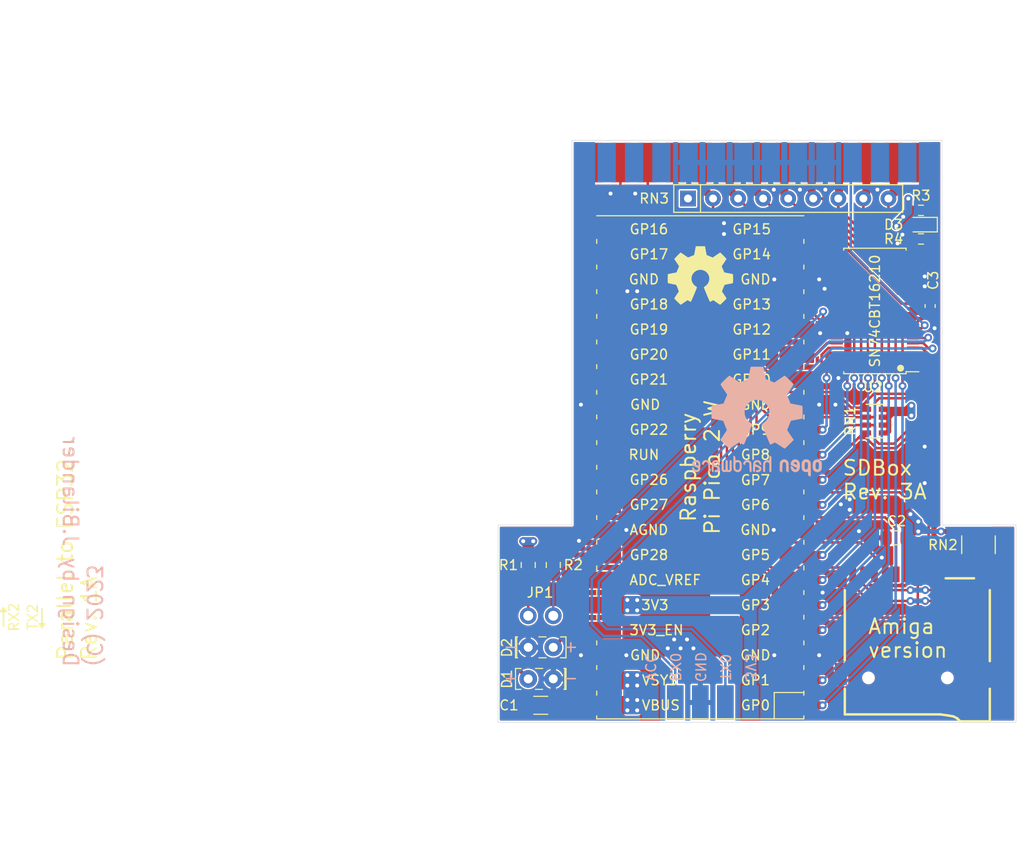
<source format=kicad_pcb>
(kicad_pcb (version 20171130) (host pcbnew "(5.1.12-1-10_14)")
  (layers (0 F.Cu signal) (1 GND power) (2 VCC power) (31 B.Cu signal) (34 B.Paste user) (35 F.Paste user) (36 B.SilkS user) (37 F.SilkS user) (38 B.Mask user) (39 F.Mask user) (44 Edge.Cuts user))
  (net 0 "")
  (net 1 GND)
  (net 2 RESET)
  (net 3 SELECT)
  (net 4 POUT)
  (net 5 BUSY)
  (net 6 D7)
  (net 7 D6)
  (net 8 D5)
  (net 9 D4)
  (net 10 D3)
  (net 11 D2)
  (net 12 D1)
  (net 13 D0)
  (net 14 SCK)
  (net 15 MOSI)
  (net 16 ACK)
  (net 17 3V3)
  (net 18 CS)
  (net 19 "Net-(J1-Pad25)")
  (net 20 "Net-(J1-Pad24)")
  (net 21 "Net-(J1-Pad23)")
  (net 22 "Net-(J1-Pad15)")
  (net 23 MISO)
  (net 24 "Net-(U2-Pad35)")
  (net 25 "Net-(U2-Pad1)")
  (net 26 POUT_3V3)
  (net 27 BUSY_3V3)
  (net 28 SELECT_3V3)
  (net 29 D0_3V3)
  (net 30 D1_3V3)
  (net 31 D2_3V3)
  (net 32 D3_3V3)
  (net 33 D4_3V3)
  (net 34 D5_3V3)
  (net 35 D6_3V3)
  (net 36 D7_3V3)
  (net 37 STROBE)
  (net 38 STROBE_3V3)
  (net 39 ACK_3V3)
  (net 40 RESET_3V3)
  (net 41 "Net-(D2-Pad2)")
  (net 42 "Net-(D1-Pad2)")
  (net 43 CP)
  (net 44 ACT_LED)
  (net 45 "Net-(U1-Pad27)")
  (net 46 "Net-(U1-Pad31)")
  (net 47 "Net-(U1-Pad32)")
  (net 48 "Net-(U1-Pad35)")
  (net 49 /3V3_EN)
  (net 50 VCC)
  (net 51 "Net-(U1-Pad20)")
  (net 52 "Net-(J1-Pad14)")
  (net 53 /RUN)
  (net 54 "Net-(U1-Pad29)")
  (net 55 "Net-(U2-Pad38)")
  (net 56 "Net-(U2-Pad37)")
  (net 57 "Net-(U2-Pad36)")
  (net 58 NC2)
  (net 59 NC1)
  (net 60 /4V3)
  (net 61 UART0_TX_3V3)
  (net 62 UART0_RX_3V3)
  (net 63 UART0_RX)
  (net 64 UART0_TX)
  (module SDBox:UART_PinHeader_SMD_pads_2.54mm_pitch (layer B.Cu) (at 141.95 142.2 180)
    (fp_text reference J3 hide)
    (fp_text value Conn_01x05 hide)
    (fp_text user GND (at 0 3.8 -90 unlocked) (layer B.SilkS) (effects (justify mirror)))
    (fp_text user VCC (at 5.0808 3.8 -90 unlocked) (layer B.SilkS) (effects (justify mirror)))
    (fp_text user 3V3 (at -5.0792 3.8 -90 unlocked) (layer B.SilkS) (effects (justify mirror)))
    (fp_text user RX0 (at 2.5408 3.8 -90 unlocked) (layer B.SilkS) (effects (justify mirror)))
    (fp_text user TX0 (at -2.5146 3.8 -90 unlocked) (layer B.SilkS) (effects (justify mirror)))
    (pad 5 smd rect (at 5.0808 1.11 90) (size 3.5 1.7) (drill (offset -0.9 0)) (layers B.Cu B.Mask) (net 50 VCC))
    (pad 4 smd rect (at 2.5408 1.11 90) (size 3.5 1.7) (drill (offset -0.9 0)) (layers B.Cu B.Mask) (net 63 UART0_RX))
    (pad 3 smd rect (at 0.0008 1.11 90) (size 3.5 1.7) (drill (offset -0.9 0)) (layers B.Cu B.Mask) (net 1 GND))
    (pad 2 smd rect (at -2.5392 1.11 90) (size 3.5 1.7) (drill (offset -0.9 0)) (layers B.Cu B.Mask) (net 64 UART0_TX))
    (pad 1 smd rect (at -5.0792 1.11 90) (size 3.5 1.7) (drill (offset -0.9 0)) (layers B.Cu B.Mask) (net 17 3V3))
  )
  (module SDBox:GCT-MEM2055-00-190-01-A (layer F.Cu) (at 163.95 128.2 180)
    (fp_text reference J2 hide)
    (fp_text value Micro_SD_Card_Socket hide)
    (pad 8 smd rect (at 5.45 -0.8 180) (size 0.7 1.6) (layers F.Cu F.Paste F.Mask) (net 58 NC2))
    (pad 7 smd rect (at 4.35 -0.8 180) (size 0.7 1.6) (layers F.Cu F.Paste F.Mask) (net 23 MISO))
    (pad 6 smd rect (at 3.25 -0.8 180) (size 0.7 1.6) (layers F.Cu F.Paste F.Mask) (net 1 GND))
    (pad 5 smd rect (at 2.15 -0.8 180) (size 0.7 1.6) (layers F.Cu F.Paste F.Mask) (net 14 SCK))
    (pad 4 smd rect (at 1.05 -0.8 180) (size 0.7 1.6) (layers F.Cu F.Paste F.Mask) (net 17 3V3))
    (pad 3 smd rect (at -0.05 -0.8 180) (size 0.7 1.6) (layers F.Cu F.Paste F.Mask) (net 15 MOSI))
    (pad 2 smd rect (at -1.15 -0.8 180) (size 0.7 1.6) (layers F.Cu F.Paste F.Mask) (net 18 CS))
    (pad 1 smd rect (at -2.25 -0.8 180) (size 0.7 1.6) (layers F.Cu F.Paste F.Mask) (net 59 NC1))
    (pad 10 smd rect (at 7.75 -1.4 180) (size 1.2 1.4) (layers F.Cu F.Paste F.Mask) (net 1 GND))
    (pad 10 smd rect (at -6.85 -1.4 180) (size 1.6 1.4) (layers F.Cu F.Paste F.Mask) (net 1 GND))
    (pad 10 smd rect (at -7.75 -11) (size 1.2 2.2) (layers F.Cu F.Paste F.Mask) (net 1 GND))
    (pad 10 smd rect (at 7.75 -10.9) (size 1.2 2.2) (layers F.Cu F.Paste F.Mask) (net 1 GND))
    (pad 9 smd rect (at 6.55 -0.8 180) (size 0.7 1.6) (layers F.Cu F.Paste F.Mask) (net 43 CP))
    (pad "" np_thru_hole circle (at 4.95 -11.3) (size 1 1) (drill 1) (layers *.Cu *.Mask))
    (pad "" np_thru_hole circle (at -3.05 -11.3) (size 1 1) (drill 1) (layers *.Cu *.Mask))
  )
  (module Package_SO:TSSOP-48_6.1x12.5mm_P0.5mm (layer F.Cu) (at 159.65 102.3 180)
    (fp_text reference U2 (at 0.2 -7.7 180) (layer F.SilkS))
    (fp_text value SN74CBT16210 hide)
    (pad 48 smd rect (at 3.85 -5.75 180) (size 1.2 0.3) (layers F.Cu F.Paste F.Mask) (net 1 GND))
    (pad 47 smd rect (at 3.85 -5.25 180) (size 1.2 0.3) (layers F.Cu F.Paste F.Mask) (net 1 GND))
    (pad 46 smd rect (at 3.85 -4.75 180) (size 1.2 0.3) (layers F.Cu F.Paste F.Mask) (net 39 ACK_3V3))
    (pad 45 smd rect (at 3.85 -4.25 180) (size 1.2 0.3) (layers F.Cu F.Paste F.Mask) (net 27 BUSY_3V3))
    (pad 44 smd rect (at 3.85 -3.75 180) (size 1.2 0.3) (layers F.Cu F.Paste F.Mask) (net 26 POUT_3V3))
    (pad 43 smd rect (at 3.85 -3.25 180) (size 1.2 0.3) (layers F.Cu F.Paste F.Mask) (net 28 SELECT_3V3))
    (pad 42 smd rect (at 3.85 -2.75 180) (size 1.2 0.3) (layers F.Cu F.Paste F.Mask) (net 61 UART0_TX_3V3))
    (pad 41 smd rect (at 3.85 -2.25 180) (size 1.2 0.3) (layers F.Cu F.Paste F.Mask) (net 1 GND))
    (pad 40 smd rect (at 3.85 -1.75 180) (size 1.2 0.3) (layers F.Cu F.Paste F.Mask) (net 62 UART0_RX_3V3))
    (pad 39 smd rect (at 3.85 -1.25 180) (size 1.2 0.3) (layers F.Cu F.Paste F.Mask) (net 40 RESET_3V3))
    (pad 38 smd rect (at 3.85 -0.75 180) (size 1.2 0.3) (layers F.Cu F.Paste F.Mask) (net 55 "Net-(U2-Pad38)"))
    (pad 37 smd rect (at 3.85 -0.25 180) (size 1.2 0.3) (layers F.Cu F.Paste F.Mask) (net 56 "Net-(U2-Pad37)"))
    (pad 36 smd rect (at 3.85 0.25 180) (size 1.2 0.3) (layers F.Cu F.Paste F.Mask) (net 57 "Net-(U2-Pad36)"))
    (pad 35 smd rect (at 3.85 0.75 180) (size 1.2 0.3) (layers F.Cu F.Paste F.Mask) (net 24 "Net-(U2-Pad35)"))
    (pad 34 smd rect (at 3.85 1.25 180) (size 1.2 0.3) (layers F.Cu F.Paste F.Mask) (net 36 D7_3V3))
    (pad 33 smd rect (at 3.85 1.75 180) (size 1.2 0.3) (layers F.Cu F.Paste F.Mask) (net 35 D6_3V3))
    (pad 32 smd rect (at 3.85 2.25 180) (size 1.2 0.3) (layers F.Cu F.Paste F.Mask) (net 1 GND))
    (pad 31 smd rect (at 3.85 2.75 180) (size 1.2 0.3) (layers F.Cu F.Paste F.Mask) (net 34 D5_3V3))
    (pad 30 smd rect (at 3.85 3.25 180) (size 1.2 0.3) (layers F.Cu F.Paste F.Mask) (net 33 D4_3V3))
    (pad 29 smd rect (at 3.85 3.75 180) (size 1.2 0.3) (layers F.Cu F.Paste F.Mask) (net 32 D3_3V3))
    (pad 28 smd rect (at 3.85 4.25 180) (size 1.2 0.3) (layers F.Cu F.Paste F.Mask) (net 31 D2_3V3))
    (pad 27 smd rect (at 3.85 4.75 180) (size 1.2 0.3) (layers F.Cu F.Paste F.Mask) (net 30 D1_3V3))
    (pad 26 smd rect (at 3.85 5.25 180) (size 1.2 0.3) (layers F.Cu F.Paste F.Mask) (net 29 D0_3V3))
    (pad 25 smd rect (at 3.85 5.75 180) (size 1.2 0.3) (layers F.Cu F.Paste F.Mask) (net 38 STROBE_3V3))
    (pad 24 smd rect (at -3.85 5.75 180) (size 1.2 0.3) (layers F.Cu F.Paste F.Mask) (net 37 STROBE))
    (pad 23 smd rect (at -3.85 5.25 180) (size 1.2 0.3) (layers F.Cu F.Paste F.Mask) (net 13 D0))
    (pad 22 smd rect (at -3.85 4.75 180) (size 1.2 0.3) (layers F.Cu F.Paste F.Mask) (net 12 D1))
    (pad 21 smd rect (at -3.85 4.25 180) (size 1.2 0.3) (layers F.Cu F.Paste F.Mask) (net 11 D2))
    (pad 20 smd rect (at -3.85 3.75 180) (size 1.2 0.3) (layers F.Cu F.Paste F.Mask) (net 10 D3))
    (pad 19 smd rect (at -3.85 3.25 180) (size 1.2 0.3) (layers F.Cu F.Paste F.Mask) (net 9 D4))
    (pad 18 smd rect (at -3.85 2.75 180) (size 1.2 0.3) (layers F.Cu F.Paste F.Mask) (net 8 D5))
    (pad 17 smd rect (at -3.85 2.25 180) (size 1.2 0.3) (layers F.Cu F.Paste F.Mask) (net 1 GND))
    (pad 16 smd rect (at -3.85 1.75 180) (size 1.2 0.3) (layers F.Cu F.Paste F.Mask) (net 7 D6))
    (pad 15 smd rect (at -3.85 1.25 180) (size 1.2 0.3) (layers F.Cu F.Paste F.Mask) (net 60 /4V3))
    (pad 14 smd rect (at -3.85 0.75 180) (size 1.2 0.3) (layers F.Cu F.Paste F.Mask) (net 6 D7))
    (pad 13 smd rect (at -3.85 0.25 180) (size 1.2 0.3) (layers F.Cu F.Paste F.Mask) (net 1 GND))
    (pad 12 smd rect (at -3.85 -0.25 180) (size 1.2 0.3) (layers F.Cu F.Paste F.Mask) (net 1 GND))
    (pad 11 smd rect (at -3.85 -0.75 180) (size 1.2 0.3) (layers F.Cu F.Paste F.Mask) (net 1 GND))
    (pad 10 smd rect (at -3.85 -1.25 180) (size 1.2 0.3) (layers F.Cu F.Paste F.Mask) (net 1 GND))
    (pad 9 smd rect (at -3.85 -1.75 180) (size 1.2 0.3) (layers F.Cu F.Paste F.Mask) (net 2 RESET))
    (pad 8 smd rect (at -3.85 -2.25 180) (size 1.2 0.3) (layers F.Cu F.Paste F.Mask) (net 1 GND))
    (pad 7 smd rect (at -3.85 -2.75 180) (size 1.2 0.3) (layers F.Cu F.Paste F.Mask) (net 63 UART0_RX))
    (pad 6 smd rect (at -3.85 -3.25 180) (size 1.2 0.3) (layers F.Cu F.Paste F.Mask) (net 64 UART0_TX))
    (pad 5 smd rect (at -3.85 -3.75 180) (size 1.2 0.3) (layers F.Cu F.Paste F.Mask) (net 3 SELECT))
    (pad 4 smd rect (at -3.85 -4.25 180) (size 1.2 0.3) (layers F.Cu F.Paste F.Mask) (net 4 POUT))
    (pad 3 smd rect (at -3.85 -4.75 180) (size 1.2 0.3) (layers F.Cu F.Paste F.Mask) (net 5 BUSY))
    (pad 2 smd rect (at -3.85 -5.25 180) (size 1.2 0.3) (layers F.Cu F.Paste F.Mask) (net 16 ACK))
    (pad 1 smd rect (at -3.85 -5.75 180) (size 1.2 0.3) (layers F.Cu F.Paste F.Mask) (net 25 "Net-(U2-Pad1)"))
  )
  (module Resistor_SMD:R_0603_1608Metric_Pad0.98x0.95mm_HandSolder (layer F.Cu) (at 164.32 92.1)
    (fp_text reference R3 (at 0 -1.5) (layer F.SilkS))
    (fp_text value 10k hide)
    (pad 2 smd roundrect (at 0.9125 0) (size 0.975 0.95) (layers F.Cu F.Paste F.Mask) (net 37 STROBE))
    (pad 1 smd roundrect (at -0.9125 0) (size 0.975 0.95) (layers F.Cu F.Paste F.Mask) (net 50 VCC))
  )
  (module Resistor_SMD:R_0603_1608Metric_Pad0.98x0.95mm_HandSolder (layer F.Cu) (at 164.32 95 180)
    (fp_text reference R4 (at 2.77 0) (layer F.SilkS))
    (fp_text value 2.9k hide)
    (pad 2 smd roundrect (at 0.9125 0 180) (size 0.975 0.95) (layers F.Cu F.Paste F.Mask) (net 1 GND))
    (pad 1 smd roundrect (at -0.9125 0 180) (size 0.975 0.95) (layers F.Cu F.Paste F.Mask) (net 60 /4V3))
  )
  (module Diode_SMD:D_0603_1608Metric_Pad1.05x0.95mm_HandSolder (layer F.Cu) (at 164.32 93.55 180)
    (fp_text reference D3 (at 2.77 0) (layer F.SilkS))
    (fp_text value D_Small hide)
    (pad 2 smd roundrect (at 0.875 0 180) (size 1.05 0.95) (layers F.Cu F.Paste F.Mask) (net 50 VCC))
    (pad 1 smd roundrect (at -0.875 0 180) (size 1.05 0.95) (layers F.Cu F.Paste F.Mask) (net 60 /4V3))
  )
  (module Resistor_THT:R_Array_SIP9 (layer F.Cu) (at 140.7 90.9)
    (fp_text reference RN3 (at -3.429 0) (layer F.SilkS))
    (fp_text value 10k hide)
    (pad 9 thru_hole oval (at 20.32 0) (size 1.6 1.6) (drill 0.8) (layers *.Cu *.Mask) (net 13 D0))
    (pad 8 thru_hole oval (at 17.78 0) (size 1.6 1.6) (drill 0.8) (layers *.Cu *.Mask) (net 12 D1))
    (pad 7 thru_hole oval (at 15.24 0) (size 1.6 1.6) (drill 0.8) (layers *.Cu *.Mask) (net 11 D2))
    (pad 6 thru_hole oval (at 12.7 0) (size 1.6 1.6) (drill 0.8) (layers *.Cu *.Mask) (net 10 D3))
    (pad 5 thru_hole oval (at 10.16 0) (size 1.6 1.6) (drill 0.8) (layers *.Cu *.Mask) (net 9 D4))
    (pad 4 thru_hole oval (at 7.62 0) (size 1.6 1.6) (drill 0.8) (layers *.Cu *.Mask) (net 8 D5))
    (pad 3 thru_hole oval (at 5.08 0) (size 1.6 1.6) (drill 0.8) (layers *.Cu *.Mask) (net 7 D6))
    (pad 2 thru_hole oval (at 2.54 0) (size 1.6 1.6) (drill 0.8) (layers *.Cu *.Mask) (net 6 D7))
    (pad 1 thru_hole rect (at 0 0) (size 1.6 1.6) (drill 0.8) (layers *.Cu *.Mask) (net 50 VCC))
  )
  (module LED_THT:LED_Rectangular_W5.0mm_H2.0mm (layer F.Cu) (at 127.045 139.6 180)
    (fp_text reference D1 (at 4.699 -0.01 90) (layer F.SilkS))
    (fp_text value "Power LED indicator" hide)
    (pad 2 thru_hole circle (at 2.54 0 180) (size 1.8 1.8) (drill 0.9) (layers *.Cu *.Mask) (net 42 "Net-(D1-Pad2)"))
    (pad 1 thru_hole oval (at 0 0 180) (size 1.8 1.8) (drill 0.9) (layers *.Cu *.Mask) (net 1 GND))
  )
  (module LED_THT:LED_Rectangular_W5.0mm_H2.0mm (layer F.Cu) (at 124.505 136.4)
    (fp_text reference D2 (at -2.159 0.035 90) (layer F.SilkS))
    (fp_text value "Activity LED indicator" hide)
    (pad 2 thru_hole circle (at 2.54 0) (size 1.8 1.8) (drill 0.9) (layers *.Cu *.Mask) (net 41 "Net-(D2-Pad2)"))
    (pad 1 thru_hole oval (at 0 0) (size 1.8 1.8) (drill 0.9) (layers *.Cu *.Mask) (net 1 GND))
  )
  (module Capacitor_SMD:C_1206_3216Metric_Pad1.33x1.80mm_HandSolder (layer F.Cu) (at 125.775 142.277 180)
    (fp_text reference C1 (at 3.2258 0) (layer F.SilkS))
    (fp_text value 10uF hide)
    (pad 2 smd roundrect (at 1.5625 0 180) (size 1.325 1.8) (layers F.Cu F.Paste F.Mask) (roundrect_rratio 0.188679) (net 1 GND))
    (pad 1 smd roundrect (at -1.5625 0 180) (size 1.325 1.8) (layers F.Cu F.Paste F.Mask) (roundrect_rratio 0.188679) (net 50 VCC))
  )
  (module SDBox:RPi_Pico_SMD (layer F.Cu) (at 141.95 118.147 180)
    (fp_text reference U1 hide)
    (fp_text value Rapberry_Pi_Pico_2W hide)
    (fp_text user GP1 (at -5.588 -21.59 180) (layer F.SilkS))
    (fp_text user GP2 (at -5.588 -16.51 180) (layer F.SilkS))
    (fp_text user GP0 (at -5.588 -24.13 180) (layer F.SilkS))
    (fp_text user GP3 (at -5.588 -13.97 180) (layer F.SilkS))
    (fp_text user GP4 (at -5.588 -11.43 180) (layer F.SilkS))
    (fp_text user GP5 (at -5.588 -8.89 180) (layer F.SilkS))
    (fp_text user GP6 (at -5.588 -3.81 180) (layer F.SilkS))
    (fp_text user GP7 (at -5.588 -1.3 180) (layer F.SilkS))
    (fp_text user GP8 (at -5.588 1.27 180) (layer F.SilkS))
    (fp_text user GP9 (at -5.588 3.81 180) (layer F.SilkS))
    (fp_text user GP10 (at -5.207 8.89 180) (layer F.SilkS))
    (fp_text user GP11 (at -5.207 11.43 180) (layer F.SilkS))
    (fp_text user GP12 (at -5.207 13.97 180) (layer F.SilkS))
    (fp_text user GP13 (at -5.207 16.51 180) (layer F.SilkS))
    (fp_text user GP14 (at -5.207 21.59 180) (layer F.SilkS))
    (fp_text user GP15 (at -5.207 24.13 180) (layer F.SilkS))
    (fp_text user GP16 (at 5.207 24.13) (layer F.SilkS))
    (fp_text user GP17 (at 5.207 21.59) (layer F.SilkS))
    (fp_text user GP18 (at 5.207 16.51) (layer F.SilkS))
    (fp_text user GP19 (at 5.207 13.97) (layer F.SilkS))
    (fp_text user GP20 (at 5.207 11.43) (layer F.SilkS))
    (fp_text user GP21 (at 5.207 8.9) (layer F.SilkS))
    (fp_text user GP22 (at 5.207 3.81) (layer F.SilkS))
    (fp_text user RUN (at 5.715 1.27) (layer F.SilkS))
    (fp_text user GP26 (at 5.207 -1.27) (layer F.SilkS))
    (fp_text user GP27 (at 5.207 -3.8) (layer F.SilkS))
    (fp_text user GP28 (at 5.207 -8.89) (layer F.SilkS))
    (fp_text user ADC_VREF (at 3.556 -11.43) (layer F.SilkS))
    (fp_text user 3V3 (at 4.6 -13.97) (layer F.SilkS))
    (fp_text user 3V3_EN (at 4.445 -16.51) (layer F.SilkS))
    (fp_text user VSYS (at 4.1 -21.59) (layer F.SilkS))
    (fp_text user VBUS (at 4 -24.13) (layer F.SilkS))
    (fp_text user GND (at -5.588 -19.05 180) (layer F.SilkS))
    (fp_text user GND (at -5.588 -6.35 180) (layer F.SilkS))
    (fp_text user GND (at -5.588 6.35 180) (layer F.SilkS))
    (fp_text user GND (at -5.588 19.05 180) (layer F.SilkS))
    (fp_text user GND (at 5.715 19.05) (layer F.SilkS))
    (fp_text user GND (at 5.588 6.35) (layer F.SilkS))
    (fp_text user GND (at 5.588 -19.05) (layer F.SilkS))
    (fp_text user AGND (at 5.207 -6.35) (layer F.SilkS))
    (pad 1 smd rect (at -8.89 -24.13 180) (size 3.5 1.7) (drill (offset -0.9 0)) (layers F.Cu F.Mask) (net 29 D0_3V3))
    (pad 2 smd rect (at -8.89 -21.59 180) (size 3.5 1.7) (drill (offset -0.9 0)) (layers F.Cu F.Mask) (net 30 D1_3V3))
    (pad 3 smd rect (at -8.89 -19.05 180) (size 3.5 1.7) (drill (offset -0.9 0)) (layers F.Cu F.Mask) (net 1 GND))
    (pad 4 smd rect (at -8.89 -16.51 180) (size 3.5 1.7) (drill (offset -0.9 0)) (layers F.Cu F.Mask) (net 31 D2_3V3))
    (pad 5 smd rect (at -8.89 -13.97 180) (size 3.5 1.7) (drill (offset -0.9 0)) (layers F.Cu F.Mask) (net 32 D3_3V3))
    (pad 6 smd rect (at -8.89 -11.43 180) (size 3.5 1.7) (drill (offset -0.9 0)) (layers F.Cu F.Mask) (net 33 D4_3V3))
    (pad 7 smd rect (at -8.89 -8.89 180) (size 3.5 1.7) (drill (offset -0.9 0)) (layers F.Cu F.Mask) (net 34 D5_3V3))
    (pad 8 smd rect (at -8.89 -6.35 180) (size 3.5 1.7) (drill (offset -0.9 0)) (layers F.Cu F.Mask) (net 1 GND))
    (pad 9 smd rect (at -8.89 -3.81 180) (size 3.5 1.7) (drill (offset -0.9 0)) (layers F.Cu F.Mask) (net 35 D6_3V3))
    (pad 10 smd rect (at -8.89 -1.27 180) (size 3.5 1.7) (drill (offset -0.9 0)) (layers F.Cu F.Mask) (net 36 D7_3V3))
    (pad 11 smd rect (at -8.89 1.27 180) (size 3.5 1.7) (drill (offset -0.9 0)) (layers F.Cu F.Mask) (net 39 ACK_3V3))
    (pad 12 smd rect (at -8.89 3.81 180) (size 3.5 1.7) (drill (offset -0.9 0)) (layers F.Cu F.Mask) (net 27 BUSY_3V3))
    (pad 13 smd rect (at -8.89 6.35 180) (size 3.5 1.7) (drill (offset -0.9 0)) (layers F.Cu F.Mask) (net 1 GND))
    (pad 14 smd rect (at -8.89 8.89 180) (size 3.5 1.7) (drill (offset -0.9 0)) (layers F.Cu F.Mask) (net 26 POUT_3V3))
    (pad 15 smd rect (at -8.89 11.43 180) (size 3.5 1.7) (drill (offset -0.9 0)) (layers F.Cu F.Mask) (net 28 SELECT_3V3))
    (pad 16 smd rect (at -8.89 13.97 180) (size 3.5 1.7) (drill (offset -0.9 0)) (layers F.Cu F.Mask) (net 61 UART0_TX_3V3))
    (pad 17 smd rect (at -8.89 16.51 180) (size 3.5 1.7) (drill (offset -0.9 0)) (layers F.Cu F.Mask) (net 62 UART0_RX_3V3))
    (pad 18 smd rect (at -8.89 19.05 180) (size 3.5 1.7) (drill (offset -0.9 0)) (layers F.Cu F.Mask) (net 1 GND))
    (pad 19 smd rect (at -8.89 21.59 180) (size 3.5 1.7) (drill (offset -0.9 0)) (layers F.Cu F.Mask) (net 38 STROBE_3V3))
    (pad 20 smd rect (at -8.89 24.13 180) (size 3.5 1.7) (drill (offset -0.9 0)) (layers F.Cu F.Mask) (net 51 "Net-(U1-Pad20)"))
    (pad 40 smd rect (at 8.89 -24.13 180) (size 3.5 1.7) (drill (offset 0.9 0)) (layers F.Cu F.Mask) (net 50 VCC))
    (pad 39 smd rect (at 8.89 -21.59 180) (size 3.5 1.7) (drill (offset 0.9 0)) (layers F.Cu F.Mask) (net 50 VCC))
    (pad 38 smd rect (at 8.89 -19.05 180) (size 3.5 1.7) (drill (offset 0.9 0)) (layers F.Cu F.Mask) (net 1 GND))
    (pad 37 smd rect (at 8.89 -16.51 180) (size 3.5 1.7) (drill (offset 0.9 0)) (layers F.Cu F.Mask) (net 49 /3V3_EN))
    (pad 36 smd rect (at 8.89 -13.97 180) (size 3.5 1.7) (drill (offset 0.9 0)) (layers F.Cu F.Mask) (net 17 3V3))
    (pad 35 smd rect (at 8.89 -11.43 180) (size 3.5 1.7) (drill (offset 0.9 0)) (layers F.Cu F.Mask) (net 48 "Net-(U1-Pad35)"))
    (pad 34 smd rect (at 8.89 -8.89 180) (size 3.5 1.7) (drill (offset 0.9 0)) (layers F.Cu F.Mask) (net 44 ACT_LED))
    (pad 33 smd rect (at 8.89 -6.35 180) (size 3.5 1.7) (drill (offset 0.9 0)) (layers F.Cu F.Mask) (net 1 GND))
    (pad 32 smd rect (at 8.89 -3.81 180) (size 3.5 1.7) (drill (offset 0.9 0)) (layers F.Cu F.Mask) (net 47 "Net-(U1-Pad32)"))
    (pad 31 smd rect (at 8.89 -1.27 180) (size 3.5 1.7) (drill (offset 0.9 0)) (layers F.Cu F.Mask) (net 46 "Net-(U1-Pad31)"))
    (pad 30 smd rect (at 8.89 1.27 180) (size 3.5 1.7) (drill (offset 0.9 0)) (layers F.Cu F.Mask) (net 53 /RUN))
    (pad 29 smd rect (at 8.89 3.81 180) (size 3.5 1.7) (drill (offset 0.9 0)) (layers F.Cu F.Mask) (net 54 "Net-(U1-Pad29)"))
    (pad 28 smd rect (at 8.89 6.35 180) (size 3.5 1.7) (drill (offset 0.9 0)) (layers F.Cu F.Mask) (net 1 GND))
    (pad 27 smd rect (at 8.89 8.89 180) (size 3.5 1.7) (drill (offset 0.9 0)) (layers F.Cu F.Mask) (net 45 "Net-(U1-Pad27)"))
    (pad 26 smd rect (at 8.89 11.43 180) (size 3.5 1.7) (drill (offset 0.9 0)) (layers F.Cu F.Mask) (net 43 CP))
    (pad 25 smd rect (at 8.89 13.97 180) (size 3.5 1.7) (drill (offset 0.9 0)) (layers F.Cu F.Mask) (net 15 MOSI))
    (pad 24 smd rect (at 8.89 16.51 180) (size 3.5 1.7) (drill (offset 0.9 0)) (layers F.Cu F.Mask) (net 14 SCK))
    (pad 23 smd rect (at 8.89 19.05 180) (size 3.5 1.7) (drill (offset 0.9 0)) (layers F.Cu F.Mask) (net 1 GND))
    (pad 22 smd rect (at 8.89 21.59 180) (size 3.5 1.7) (drill (offset 0.9 0)) (layers F.Cu F.Mask) (net 18 CS))
    (pad 21 smd rect (at 8.89 24.13 180) (size 3.5 1.7) (drill (offset 0.9 0)) (layers F.Cu F.Mask) (net 23 MISO))
  )
  (module Capacitor_SMD:C_0603_1608Metric_Pad1.08x0.95mm_HandSolder (layer F.Cu) (at 165.25 101.8 270)
    (fp_text reference C3 (at -2.6 -0.3 90) (layer F.SilkS))
    (fp_text value 0.1uF hide)
    (pad 2 smd roundrect (at 0.8625 0 270) (size 1.075 0.95) (layers F.Cu F.Paste F.Mask) (net 1 GND))
    (pad 1 smd roundrect (at -0.8625 0 270) (size 1.075 0.95) (layers F.Cu F.Paste F.Mask) (net 60 /4V3))
  )
  (module SDBox:RESCAF80P320X160X60-8N (layer F.Cu) (at 170.15 126 270)
    (fp_text reference RN2 (at 0.021 3.608 180) (layer F.SilkS))
    (fp_text value 10k_R_Pack04 hide)
    (pad 8 smd rect (at 0.875 -1.2 270) (size 0.97 0.53) (layers F.Cu F.Paste F.Mask) (net 43 CP))
    (pad 7 smd rect (at 0.875 -0.4 270) (size 0.97 0.53) (layers F.Cu F.Paste F.Mask) (net 58 NC2))
    (pad 6 smd rect (at 0.875 0.4 270) (size 0.97 0.53) (layers F.Cu F.Paste F.Mask) (net 59 NC1))
    (pad 5 smd rect (at 0.875 1.2 270) (size 0.97 0.53) (layers F.Cu F.Paste F.Mask) (net 18 CS))
    (pad 4 smd rect (at -0.875 1.2 270) (size 0.97 0.53) (layers F.Cu F.Paste F.Mask) (net 17 3V3))
    (pad 3 smd rect (at -0.875 0.4 270) (size 0.97 0.53) (layers F.Cu F.Paste F.Mask) (net 17 3V3))
    (pad 2 smd rect (at -0.875 -0.4 270) (size 0.97 0.53) (layers F.Cu F.Paste F.Mask) (net 17 3V3))
    (pad 1 smd rect (at -0.875 -1.2 270) (size 0.97 0.53) (layers F.Cu F.Paste F.Mask) (net 17 3V3))
  )
  (module SDBox:RESCAF80P320X160X60-8N (layer F.Cu) (at 159.65 113.467 180)
    (fp_text reference RN1 (at 2.506 0.019 270) (layer F.SilkS))
    (fp_text value 10k_R_Pack04 hide)
    (pad 8 smd rect (at 0.875 -1.2 180) (size 0.97 0.53) (layers F.Cu F.Paste F.Mask) (net 3 SELECT))
    (pad 7 smd rect (at 0.875 -0.4 180) (size 0.97 0.53) (layers F.Cu F.Paste F.Mask) (net 4 POUT))
    (pad 6 smd rect (at 0.875 0.4 180) (size 0.97 0.53) (layers F.Cu F.Paste F.Mask) (net 5 BUSY))
    (pad 5 smd rect (at 0.875 1.2 180) (size 0.97 0.53) (layers F.Cu F.Paste F.Mask) (net 16 ACK))
    (pad 4 smd rect (at -0.875 1.2 180) (size 0.97 0.53) (layers F.Cu F.Paste F.Mask) (net 50 VCC))
    (pad 3 smd rect (at -0.875 0.4 180) (size 0.97 0.53) (layers F.Cu F.Paste F.Mask) (net 50 VCC))
    (pad 2 smd rect (at -0.875 -0.4 180) (size 0.97 0.53) (layers F.Cu F.Paste F.Mask) (net 50 VCC))
    (pad 1 smd rect (at -0.875 -1.2 180) (size 0.97 0.53) (layers F.Cu F.Paste F.Mask) (net 50 VCC))
  )
  (module Symbol:OSHW-Logo2_14.6x12mm_SilkScreen (layer B.Cu) (at 147.7 113.5 180)
    (fp_text reference REF** hide)
    (fp_text value OSHW-Logo2_14.6x12mm_SilkScreen hide)
  )
  (module Symbol:OSHW-Symbol_6.7x6mm_SilkScreen (layer F.Cu) (at 141.95 98.716)
    (fp_text reference REF** hide)
    (fp_text value OSHW-Symbol_6.7x6mm_SilkScreen hide)
  )
  (module Connector_PinHeader_2.54mm:PinHeader_1x02_P2.54mm_Vertical (layer F.Cu) (at 124.505 133.2 90)
    (fp_text reference JP1 (at 2.353 1.2) (layer F.SilkS))
    (fp_text value Jumper_2_Open hide)
    (pad 2 thru_hole oval (at 0 2.54 90) (size 1.7 1.7) (drill 1) (layers *.Cu *.Mask) (net 40 RESET_3V3))
    (pad 1 thru_hole oval (at 0 0 90) (size 1.7 1.7) (drill 1) (layers *.Cu *.Mask) (net 53 /RUN))
  )
  (module Resistor_SMD:R_0805_2012Metric_Pad1.15x1.40mm_HandSolder (layer F.Cu) (at 127.045 128.053 270)
    (fp_text reference R2 (at 0 -2.032 180) (layer F.SilkS))
    (fp_text value 220 hide)
    (pad 2 smd roundrect (at 1.025 0 270) (size 1.15 1.4) (layers F.Cu F.Paste F.Mask) (roundrect_rratio 0.217391) (net 41 "Net-(D2-Pad2)"))
    (pad 1 smd roundrect (at -1.025 0 270) (size 1.15 1.4) (layers F.Cu F.Paste F.Mask) (roundrect_rratio 0.217391) (net 44 ACT_LED))
  )
  (module Resistor_SMD:R_0805_2012Metric_Pad1.15x1.40mm_HandSolder (layer F.Cu) (at 124.505 128.053 270)
    (fp_text reference R1 (at 0.005 2.0066 180) (layer F.SilkS))
    (fp_text value 220 hide)
    (pad 2 smd roundrect (at 1.025 0 270) (size 1.15 1.4) (layers F.Cu F.Paste F.Mask) (roundrect_rratio 0.217391) (net 42 "Net-(D1-Pad2)"))
    (pad 1 smd roundrect (at -1.025 0 270) (size 1.15 1.4) (layers F.Cu F.Paste F.Mask) (roundrect_rratio 0.217391) (net 50 VCC))
  )
  (module Capacitor_SMD:C_0805_2012Metric_Pad1.15x1.40mm_HandSolder (layer F.Cu) (at 161.8 125.3 180)
    (fp_text reference C2 (at -0.043 1.692 180) (layer F.SilkS))
    (fp_text value 0.1uF hide)
    (pad 2 smd roundrect (at 1.025 0 180) (size 1.15 1.4) (layers F.Cu F.Paste F.Mask) (roundrect_rratio 0.217391) (net 1 GND))
    (pad 1 smd roundrect (at -1.025 0 180) (size 1.15 1.4) (layers F.Cu F.Paste F.Mask) (roundrect_rratio 0.217391) (net 17 3V3))
  )
  (module Connector_Dsub:DSUB-25_Male_EdgeMount_P2.77mm (layer F.Cu) (at 147.7 87 180)
    (fp_text reference J1 hide)
    (fp_text value DB25_Male hide)
    (pad 25 smd rect (at 15.24 -0.254 180) (size 1.846667 4) (layers B.Cu B.Paste B.Mask) (net 19 "Net-(J1-Pad25)"))
    (pad 24 smd rect (at 12.465 -0.254 180) (size 1.846667 4) (layers B.Cu B.Paste B.Mask) (net 20 "Net-(J1-Pad24)"))
    (pad 23 smd rect (at 9.695 -0.254 180) (size 1.846667 4) (layers B.Cu B.Paste B.Mask) (net 21 "Net-(J1-Pad23)"))
    (pad 22 smd rect (at 6.925 -0.254 180) (size 1.846667 4) (layers B.Cu B.Paste B.Mask) (net 1 GND))
    (pad 21 smd rect (at 4.155 -0.254 180) (size 1.846667 4) (layers B.Cu B.Paste B.Mask) (net 1 GND))
    (pad 20 smd rect (at 1.385 -0.254 180) (size 1.846667 4) (layers B.Cu B.Paste B.Mask) (net 1 GND))
    (pad 19 smd rect (at -1.385 -0.254 180) (size 1.846667 4) (layers B.Cu B.Paste B.Mask) (net 1 GND))
    (pad 18 smd rect (at -4.155 -0.254 180) (size 1.846667 4) (layers B.Cu B.Paste B.Mask) (net 1 GND))
    (pad 17 smd rect (at -6.925 -0.254 180) (size 1.846667 4) (layers B.Cu B.Paste B.Mask) (net 1 GND))
    (pad 16 smd rect (at -9.695 -0.254 180) (size 1.846667 4) (layers B.Cu B.Paste B.Mask) (net 2 RESET))
    (pad 15 smd rect (at -12.465 -0.254 180) (size 1.846667 4) (layers B.Cu B.Paste B.Mask) (net 22 "Net-(J1-Pad15)"))
    (pad 14 smd rect (at -15.24 -0.254 180) (size 1.846667 4) (layers B.Cu B.Paste B.Mask) (net 52 "Net-(J1-Pad14)"))
    (pad 13 smd rect (at 16.62 -0.254 180) (size 1.846667 4) (layers F.Cu F.Paste F.Mask) (net 3 SELECT))
    (pad 12 smd rect (at 13.85 -0.254 180) (size 1.846667 4) (layers F.Cu F.Paste F.Mask) (net 4 POUT))
    (pad 11 smd rect (at 11.08 -0.254 180) (size 1.846667 4) (layers F.Cu F.Paste F.Mask) (net 5 BUSY))
    (pad 10 smd rect (at 8.31 -0.254 180) (size 1.846667 4) (layers F.Cu F.Paste F.Mask) (net 16 ACK))
    (pad 9 smd rect (at 5.54 -0.254 180) (size 1.846667 4) (layers F.Cu F.Paste F.Mask) (net 6 D7))
    (pad 8 smd rect (at 2.77 -0.254 180) (size 1.846667 4) (layers F.Cu F.Paste F.Mask) (net 7 D6))
    (pad 7 smd rect (at 0 -0.254 180) (size 1.846667 4) (layers F.Cu F.Paste F.Mask) (net 8 D5))
    (pad 6 smd rect (at -2.77 -0.254 180) (size 1.846667 4) (layers F.Cu F.Paste F.Mask) (net 9 D4))
    (pad 5 smd rect (at -5.54 -0.254 180) (size 1.846667 4) (layers F.Cu F.Paste F.Mask) (net 10 D3))
    (pad 4 smd rect (at -8.31 -0.254 180) (size 1.846667 4) (layers F.Cu F.Paste F.Mask) (net 11 D2))
    (pad 3 smd rect (at -11.08 -0.254 180) (size 1.846667 4) (layers F.Cu F.Paste F.Mask) (net 12 D1))
    (pad 2 smd rect (at -13.85 -0.254 180) (size 1.846667 4) (layers F.Cu F.Paste F.Mask) (net 13 D0))
    (pad 1 smd rect (at -16.62 -0.254 180) (size 1.846667 4) (layers F.Cu F.Paste F.Mask) (net 37 STROBE))
  )
  (gr_text RX2 (at 72.37 133.34 90) (layer F.SilkS) (effects (font (size 1 1))))
  (gr_text TX2 (at 74.27 133.32 90) (layer F.SilkS) (effects (font (size 1 1))))
  (gr_line (start 71.31 132.36) (end 71.18 132.76) (layer F.SilkS) (width 0.15))
  (gr_line (start 71.31 132.36) (end 71.03 132.76) (layer F.SilkS) (width 0.15))
  (gr_line (start 71.03 132.76) (end 71.59 132.76) (layer F.SilkS) (width 0.15))
  (gr_line (start 75.21 134.41) (end 75.34 134.01) (layer F.SilkS) (width 0.15))
  (gr_line (start 75.21 132.49) (end 75.21 134.41) (layer F.SilkS) (width 0.15))
  (gr_line (start 75.21 134.41) (end 74.93 134.01) (layer F.SilkS) (width 0.15))
  (gr_line (start 71.31 132.36) (end 71.42 132.76) (layer F.SilkS) (width 0.15))
  (gr_line (start 75.21 134.41) (end 75.49 134.01) (layer F.SilkS) (width 0.15))
  (gr_line (start 75.49 134.01) (end 74.93 134.01) (layer F.SilkS) (width 0.15))
  (gr_line (start 75.21 134.41) (end 75.1 134.01) (layer F.SilkS) (width 0.15))
  (gr_line (start 71.31 134.28) (end 71.31 132.36) (layer F.SilkS) (width 0.15))
  (gr_line (start 71.31 132.36) (end 71.59 132.76) (layer F.SilkS) (width 0.15))
  (gr_text SN74CBT16210 (at 159.65 102.3 90) (layer F.SilkS) (effects (font (size 1 1))))
  (gr_text + (at 128.823 136.308) (layer B.SilkS) (effects (font (size 1.2 1.2)) (justify mirror)))
  (gr_text + (at 122.727 139.483) (layer B.SilkS) (effects (font (size 1.2 1.2)) (justify mirror)))
  (gr_text "SDBox \nRev. 3A" (at 156.255 119.417) (layer F.SilkS) (effects (font (size 1.5 1.5) (thickness 0.2)) (justify left)))
  (gr_line (start 121.45 144) (end 173.95 144) (layer Edge.Cuts) (width 0.05))
  (gr_line (start 121.45 124) (end 121.45 144) (layer Edge.Cuts) (width 0.05))
  (gr_line (start 128.95 124) (end 121.45 124) (layer Edge.Cuts) (width 0.05))
  (gr_line (start 173.95 124) (end 173.95 144) (layer Edge.Cuts) (width 0.05))
  (gr_line (start 166.45 124) (end 173.95 124) (layer Edge.Cuts) (width 0.05))
  (gr_text "Amiga\nversion" (at 158.8585 135.4825) (layer F.SilkS) (effects (font (size 1.5 1.5) (thickness 0.2)) (justify left)))
  (gr_text - (at 128.823 139.483) (layer B.SilkS) (effects (font (size 1.2 1.2)) (justify mirror)))
  (gr_text - (at 122.727 136.308) (layer B.SilkS) (effects (font (size 1.2 1.2)) (justify mirror)))
  (gr_text "Raspberry\nPi Pico 2 W" (at 141.95 118.147 90) (layer F.SilkS) (effects (font (size 1.5 1.5) (thickness 0.2))))
  (gr_text "(C) 2023\nDesign by J.Bilander" (at 79.3 138.5 270) (layer B.SilkS) (effects (font (size 1.5 1.5) (thickness 0.2)) (justify left mirror)))
  (gr_text "Parallel to ESP32\nRev. 1A" (at 78.775 137.84 90) (layer F.SilkS) (effects (font (size 1.5 1.5) (thickness 0.2)) (justify left)))
  (gr_line (start 128.95 85) (end 128.95 124) (layer Edge.Cuts) (width 0.05))
  (gr_line (start 166.45 85) (end 166.45 124) (layer Edge.Cuts) (width 0.05))
  (gr_line (start 128.95 85) (end 166.45 85) (layer Edge.Cuts) (width 0.05))
  (via (at 144.35 93.4) (size 0.8) (drill 0.4) (layers F.Cu B.Cu) (net 1))
  (via (at 144.35 94.5) (size 0.8) (drill 0.4) (layers F.Cu B.Cu) (net 1))
  (via (at 154.35 130.847) (size 0.8) (drill 0.4) (layers F.Cu B.Cu) (net 1))
  (via (at 158.033 124.624) (size 0.8) (drill 0.4) (layers F.Cu B.Cu) (net 1))
  (via (at 149.397 124.497) (size 0.8) (drill 0.4) (layers F.Cu B.Cu) (net 1))
  (via (at 155.95 109.1) (size 0.8) (drill 0.4) (layers F.Cu B.Cu) (net 1))
  (via (at 160.35 127.3) (size 0.8) (drill 0.4) (layers F.Cu B.Cu) (net 1))
  (via (at 135.55 100.3) (size 0.8) (drill 0.4) (layers F.Cu B.Cu) (net 1))
  (via (at 134.55 100.3) (size 0.8) (drill 0.4) (layers F.Cu B.Cu) (net 1))
  (via (at 161.95 95.45) (size 0.8) (drill 0.4) (layers F.Cu B.Cu) (net 1))
  (via (at 162.4399 94.5631) (size 0.8) (drill 0.4) (layers F.Cu B.Cu) (net 1))
  (via (at 164.7 99.8) (size 0.8) (drill 0.4) (layers F.Cu B.Cu) (net 1))
  (via (at 164.7 98.8) (size 0.8) (drill 0.4) (layers F.Cu B.Cu) (net 1))
  (via (at 165.7 104.05) (size 0.8) (drill 0.4) (layers F.Cu B.Cu) (net 1))
  (via (at 164.7 116.05) (size 0.8) (drill 0.4) (layers F.Cu B.Cu) (net 1))
  (via (at 164.7 119.75) (size 0.8) (drill 0.4) (layers F.Cu B.Cu) (net 1))
  (via (at 154 111.8) (size 0.8) (drill 0.4) (layers F.Cu B.Cu) (net 1))
  (via (at 155.65 111.8) (size 0.8) (drill 0.4) (layers F.Cu B.Cu) (net 1))
  (via (at 154 99.1) (size 0.8) (drill 0.4) (layers F.Cu B.Cu) (net 1))
  (via (at 149.45 99.1) (size 0.8) (drill 0.4) (layers F.Cu B.Cu) (net 1))
  (via (at 154.55 100.05) (size 0.8) (drill 0.4) (layers F.Cu B.Cu) (net 1))
  (via (at 154.1 104.55) (size 0.8) (drill 0.4) (layers F.Cu B.Cu) (net 1))
  (via (at 156.85 104.55) (size 0.8) (drill 0.4) (layers F.Cu B.Cu) (net 1))
  (segment (start 164.45 103.05) (end 164.45 102.65) (width 0.254) (layer F.Cu) (net 1))
  (segment (start 164.3 103.2) (end 164.45 103.05) (width 0.254) (layer F.Cu) (net 1))
  (segment (start 163.8 103.55) (end 164.15 103.2) (width 0.254) (layer F.Cu) (net 1))
  (segment (start 164.15 103.2) (end 164.3 103.2) (width 0.254) (layer F.Cu) (net 1))
  (segment (start 165.2375 102.65) (end 165.25 102.6625) (width 0.254) (layer F.Cu) (net 1))
  (segment (start 164.45 102.65) (end 165.2375 102.65) (width 0.254) (layer F.Cu) (net 1))
  (segment (start 163.5 103.55) (end 163.8 103.55) (width 0.254) (layer F.Cu) (net 1))
  (via (at 154 137.2) (size 0.8) (drill 0.4) (layers F.Cu B.Cu) (net 1))
  (via (at 149.45 137.2) (size 0.8) (drill 0.4) (layers F.Cu B.Cu) (net 1))
  (via (at 129.85 111.8) (size 0.8) (drill 0.4) (layers F.Cu B.Cu) (net 1))
  (via (at 129.65 125.6) (size 0.8) (drill 0.4) (layers F.Cu B.Cu) (net 1))
  (via (at 134.45 124.5) (size 0.8) (drill 0.4) (layers F.Cu B.Cu) (net 1))
  (via (at 134.45 137.2) (size 0.8) (drill 0.4) (layers F.Cu B.Cu) (net 1))
  (via (at 129.85 137.2) (size 0.8) (drill 0.4) (layers F.Cu B.Cu) (net 1))
  (via (at 154.625 90) (size 0.8) (drill 0.4) (layers F.Cu B.Cu) (net 1))
  (via (at 152.05 90) (size 0.8) (drill 0.4) (layers F.Cu B.Cu) (net 1))
  (via (at 149.4 90) (size 0.8) (drill 0.4) (layers F.Cu B.Cu) (net 1))
  (via (at 139.95 136.5) (size 0.8) (drill 0.4) (layers F.Cu B.Cu) (net 1))
  (via (at 138.65 136.5) (size 0.8) (drill 0.4) (layers F.Cu B.Cu) (net 1))
  (via (at 141.25 136.5) (size 0.8) (drill 0.4) (layers F.Cu B.Cu) (net 1))
  (via (at 140.6 135.6) (size 0.8) (drill 0.4) (layers F.Cu B.Cu) (net 1))
  (via (at 139.3 135.6) (size 0.8) (drill 0.4) (layers F.Cu B.Cu) (net 1))
  (via (at 132.85 90.4) (size 0.8) (drill 0.4) (layers F.Cu B.Cu) (net 1))
  (via (at 135.35 90.4) (size 0.8) (drill 0.4) (layers F.Cu B.Cu) (net 1))
  (via (at 159.9 90) (size 0.8) (drill 0.4) (layers F.Cu B.Cu) (net 1))
  (via (at 164.7 103.75) (size 0.8) (drill 0.4) (layers F.Cu B.Cu) (net 2))
  (segment (start 164.4 104.05) (end 164.7 103.75) (width 0.254) (layer F.Cu) (net 2))
  (segment (start 163.5 104.05) (end 164.4 104.05) (width 0.254) (layer F.Cu) (net 2))
  (segment (start 157.144 87.505) (end 157.395 87.254) (width 0.254) (layer B.Cu) (net 2))
  (segment (start 164.7 103.75) (end 157.2075 96.2575) (width 0.254) (layer B.Cu) (net 2))
  (segment (start 157.2075 87.4415) (end 157.395 87.254) (width 0.254) (layer B.Cu) (net 2))
  (segment (start 157.2075 96.2575) (end 157.2075 87.4415) (width 0.254) (layer B.Cu) (net 2))
  (segment (start 158.775 114.667) (end 158.775 115.186) (width 0.254) (layer F.Cu) (net 3))
  (segment (start 158.483 114.667) (end 158.775 114.667) (width 0.254) (layer F.Cu) (net 3))
  (segment (start 158.539 114.95) (end 158.775 115.186) (width 0.254) (layer F.Cu) (net 3))
  (segment (start 158.2 114.95) (end 158.539 114.95) (width 0.254) (layer F.Cu) (net 3))
  (segment (start 158.2 114.95) (end 158.483 114.667) (width 0.254) (layer F.Cu) (net 3))
  (segment (start 157.964 115.186) (end 157.95 115.2) (width 0.254) (layer F.Cu) (net 3))
  (segment (start 158.775 115.186) (end 157.964 115.186) (width 0.254) (layer F.Cu) (net 3))
  (segment (start 157.95 115.2) (end 158.2 114.95) (width 0.254) (layer F.Cu) (net 3))
  (segment (start 159.795411 116.206411) (end 161.81834 116.206411) (width 0.254) (layer F.Cu) (net 3))
  (segment (start 158.775 115.186) (end 159.795411 116.206411) (width 0.254) (layer F.Cu) (net 3))
  (segment (start 165.669229 112.355522) (end 165.669229 107.294978) (width 0.254) (layer F.Cu) (net 3))
  (segment (start 161.81834 116.206411) (end 165.669229 112.355522) (width 0.254) (layer F.Cu) (net 3))
  (segment (start 165.669229 107.294978) (end 164.42425 106.05) (width 0.254) (layer F.Cu) (net 3))
  (segment (start 164.42425 106.05) (end 163.4 106.05) (width 0.254) (layer F.Cu) (net 3))
  (segment (start 131.08 89.88) (end 131.08 87.254) (width 0.254) (layer F.Cu) (net 3))
  (segment (start 133.25 92.05) (end 131.08 89.88) (width 0.254) (layer F.Cu) (net 3))
  (segment (start 138.65 93.7) (end 137 92.05) (width 0.254) (layer F.Cu) (net 3))
  (segment (start 138.65 101.2) (end 138.65 93.7) (width 0.254) (layer F.Cu) (net 3))
  (segment (start 147.05 109.6) (end 138.65 101.2) (width 0.254) (layer F.Cu) (net 3))
  (segment (start 148.762 118.147) (end 147.05 116.435) (width 0.254) (layer F.Cu) (net 3))
  (segment (start 155.003 118.147) (end 148.762 118.147) (width 0.254) (layer F.Cu) (net 3))
  (segment (start 147.05 116.435) (end 147.05 109.6) (width 0.254) (layer F.Cu) (net 3))
  (segment (start 137 92.05) (end 133.25 92.05) (width 0.254) (layer F.Cu) (net 3))
  (segment (start 157.95 115.2) (end 155.003 118.147) (width 0.254) (layer F.Cu) (net 3))
  (segment (start 135.173 91.35) (end 133.85 90.027) (width 0.254) (layer F.Cu) (net 4))
  (segment (start 133.85 90.027) (end 133.85 87.254) (width 0.254) (layer F.Cu) (net 4))
  (segment (start 137.15 91.35) (end 135.173 91.35) (width 0.254) (layer F.Cu) (net 4))
  (segment (start 147.65 109.25) (end 139.3 100.9) (width 0.254) (layer F.Cu) (net 4))
  (segment (start 139.3 100.9) (end 139.3 93.5) (width 0.254) (layer F.Cu) (net 4))
  (segment (start 147.65 114.4315) (end 147.65 109.25) (width 0.254) (layer F.Cu) (net 4))
  (segment (start 156.783 113.867) (end 155.043 115.607) (width 0.254) (layer F.Cu) (net 4))
  (segment (start 139.3 93.5) (end 137.15 91.35) (width 0.254) (layer F.Cu) (net 4))
  (segment (start 148.8255 115.607) (end 147.65 114.4315) (width 0.254) (layer F.Cu) (net 4))
  (segment (start 155.043 115.607) (end 148.8255 115.607) (width 0.254) (layer F.Cu) (net 4))
  (segment (start 158.775 113.867) (end 156.783 113.867) (width 0.254) (layer F.Cu) (net 4))
  (segment (start 164.3495 106.55) (end 163.4 106.55) (width 0.254) (layer F.Cu) (net 4))
  (segment (start 165.262818 107.463318) (end 164.3495 106.55) (width 0.254) (layer F.Cu) (net 4))
  (segment (start 165.262818 112.087182) (end 165.262818 107.463318) (width 0.254) (layer F.Cu) (net 4))
  (segment (start 161.6 115.75) (end 165.262818 112.087182) (width 0.254) (layer F.Cu) (net 4))
  (segment (start 160.05 115.75) (end 161.6 115.75) (width 0.254) (layer F.Cu) (net 4))
  (segment (start 159.65 115.35) (end 160.05 115.75) (width 0.254) (layer F.Cu) (net 4))
  (segment (start 158.775 113.867) (end 159.514 113.867) (width 0.254) (layer F.Cu) (net 4))
  (segment (start 159.65 114.003) (end 159.65 115.35) (width 0.254) (layer F.Cu) (net 4))
  (segment (start 159.514 113.867) (end 159.65 114.003) (width 0.254) (layer F.Cu) (net 4))
  (segment (start 139.95 93.3) (end 136.62 89.97) (width 0.254) (layer F.Cu) (net 5))
  (segment (start 139.95 100.6) (end 139.95 93.3) (width 0.254) (layer F.Cu) (net 5))
  (segment (start 158.775 113.067) (end 149.016 113.067) (width 0.254) (layer F.Cu) (net 5))
  (segment (start 148.25 112.301) (end 148.25 108.9) (width 0.254) (layer F.Cu) (net 5))
  (segment (start 149.016 113.067) (end 148.25 112.301) (width 0.254) (layer F.Cu) (net 5))
  (segment (start 136.62 89.97) (end 136.62 87.254) (width 0.254) (layer F.Cu) (net 5))
  (segment (start 148.25 108.9) (end 139.95 100.6) (width 0.254) (layer F.Cu) (net 5))
  (segment (start 164.27475 107.05) (end 163.4 107.05) (width 0.254) (layer F.Cu) (net 5))
  (segment (start 164.856409 107.631659) (end 164.27475 107.05) (width 0.254) (layer F.Cu) (net 5))
  (segment (start 164.856409 109.830966) (end 164.856409 107.631659) (width 0.254) (layer F.Cu) (net 5))
  (segment (start 163.537375 111.15) (end 164.856409 109.830966) (width 0.254) (layer F.Cu) (net 5))
  (segment (start 159.65 111.6) (end 160.1 111.15) (width 0.254) (layer F.Cu) (net 5))
  (segment (start 158.775 113.067) (end 159.514 113.067) (width 0.254) (layer F.Cu) (net 5))
  (segment (start 159.65 112.931) (end 159.65 111.6) (width 0.254) (layer F.Cu) (net 5))
  (segment (start 160.1 111.15) (end 163.537375 111.15) (width 0.254) (layer F.Cu) (net 5))
  (segment (start 159.514 113.067) (end 159.65 112.931) (width 0.254) (layer F.Cu) (net 5))
  (segment (start 156.087 95.287) (end 149.907078 95.287) (width 0.254) (layer F.Cu) (net 6))
  (segment (start 148.194078 97) (end 145.08075 97) (width 0.254) (layer F.Cu) (net 6))
  (segment (start 149.907078 95.287) (end 148.194078 97) (width 0.254) (layer F.Cu) (net 6))
  (segment (start 162.35 101.55) (end 156.087 95.287) (width 0.254) (layer F.Cu) (net 6))
  (segment (start 163.4 101.55) (end 162.35 101.55) (width 0.254) (layer F.Cu) (net 6))
  (segment (start 142.16 89.82) (end 143.24 90.9) (width 0.8) (layer F.Cu) (net 6))
  (segment (start 142.16 87.254) (end 142.16 89.82) (width 0.8) (layer F.Cu) (net 6))
  (segment (start 143.24 95.15925) (end 145.08075 97) (width 0.254) (layer F.Cu) (net 6))
  (segment (start 143.24 90.9) (end 143.24 95.15925) (width 0.254) (layer F.Cu) (net 6))
  (segment (start 162 100.55) (end 154.273221 92.823221) (width 0.254) (layer F.Cu) (net 7))
  (segment (start 163.5 100.55) (end 162 100.55) (width 0.254) (layer F.Cu) (net 7))
  (segment (start 144.93 90.05) (end 145.78 90.9) (width 0.8) (layer F.Cu) (net 7))
  (segment (start 144.93 87.254) (end 144.93 90.05) (width 0.8) (layer F.Cu) (net 7))
  (segment (start 147.703221 92.823221) (end 145.78 90.9) (width 0.254) (layer F.Cu) (net 7))
  (segment (start 154.273221 92.823221) (end 147.703221 92.823221) (width 0.254) (layer F.Cu) (net 7))
  (segment (start 161.65 99.55) (end 154.51681 92.41681) (width 0.254) (layer F.Cu) (net 8))
  (segment (start 163.5 99.55) (end 161.65 99.55) (width 0.254) (layer F.Cu) (net 8))
  (segment (start 147.7 90.28) (end 148.32 90.9) (width 0.8) (layer F.Cu) (net 8))
  (segment (start 147.7 87.254) (end 147.7 90.28) (width 0.8) (layer F.Cu) (net 8))
  (segment (start 149.83681 92.41681) (end 148.32 90.9) (width 0.254) (layer F.Cu) (net 8))
  (segment (start 154.51681 92.41681) (end 149.83681 92.41681) (width 0.254) (layer F.Cu) (net 8))
  (segment (start 163.4 99.05) (end 161.8 99.05) (width 0.254) (layer F.Cu) (net 9))
  (segment (start 150.47 90.51) (end 150.86 90.9) (width 0.8) (layer F.Cu) (net 9))
  (segment (start 150.47 87.254) (end 150.47 90.51) (width 0.8) (layer F.Cu) (net 9))
  (segment (start 161.8 99.05) (end 154.7604 92.0104) (width 0.254) (layer F.Cu) (net 9))
  (segment (start 151.9704 92.0104) (end 150.86 90.9) (width 0.254) (layer F.Cu) (net 9))
  (segment (start 154.7604 92.0104) (end 151.9704 92.0104) (width 0.254) (layer F.Cu) (net 9))
  (segment (start 161.962376 98.55) (end 163.4 98.55) (width 0.254) (layer F.Cu) (net 10))
  (segment (start 153.24 90.74) (end 153.4 90.9) (width 0.8) (layer F.Cu) (net 10))
  (segment (start 153.24 87.254) (end 153.24 90.74) (width 0.8) (layer F.Cu) (net 10))
  (segment (start 154.312376 90.9) (end 161.962376 98.55) (width 0.254) (layer F.Cu) (net 10))
  (segment (start 153.4 90.9) (end 154.312376 90.9) (width 0.254) (layer F.Cu) (net 10))
  (segment (start 156.01 90.96) (end 156.001 90.969) (width 0.8) (layer F.Cu) (net 11))
  (segment (start 163.4 98.05) (end 162.15 98.05) (width 0.254) (layer F.Cu) (net 11))
  (segment (start 156.01 90.83) (end 155.94 90.9) (width 0.8) (layer F.Cu) (net 11))
  (segment (start 156.01 87.254) (end 156.01 90.83) (width 0.8) (layer F.Cu) (net 11))
  (segment (start 155.94 91.84) (end 155.94 90.9) (width 0.254) (layer F.Cu) (net 11))
  (segment (start 162.15 98.05) (end 155.94 91.84) (width 0.254) (layer F.Cu) (net 11))
  (segment (start 163.5 97.55) (end 162.35 97.55) (width 0.254) (layer F.Cu) (net 12))
  (segment (start 158.78 90.6) (end 158.48 90.9) (width 0.8) (layer F.Cu) (net 12))
  (segment (start 158.78 87.254) (end 158.78 90.6) (width 0.8) (layer F.Cu) (net 12))
  (segment (start 158.48 93.68) (end 158.48 90.9) (width 0.254) (layer F.Cu) (net 12))
  (segment (start 162.35 97.55) (end 158.48 93.68) (width 0.254) (layer F.Cu) (net 12))
  (segment (start 161.55 90.37) (end 161.02 90.9) (width 0.8) (layer F.Cu) (net 13))
  (segment (start 161.55 87.254) (end 161.55 90.37) (width 0.8) (layer F.Cu) (net 13))
  (segment (start 161.02 95.525514) (end 161.02 90.9) (width 0.254) (layer F.Cu) (net 13))
  (segment (start 162.544486 97.05) (end 161.02 95.525514) (width 0.254) (layer F.Cu) (net 13))
  (segment (start 163.5 97.05) (end 162.544486 97.05) (width 0.254) (layer F.Cu) (net 13))
  (segment (start 137.187 101.637) (end 133.06 101.637) (width 0.254) (layer F.Cu) (net 14))
  (segment (start 160.7 123.227) (end 148.635 123.227) (width 0.254) (layer F.Cu) (net 14))
  (segment (start 161.8 124.327) (end 160.7 123.227) (width 0.254) (layer F.Cu) (net 14))
  (segment (start 145.85 120.442) (end 145.85 110.3) (width 0.254) (layer F.Cu) (net 14))
  (segment (start 145.85 110.3) (end 137.187 101.637) (width 0.254) (layer F.Cu) (net 14))
  (segment (start 148.635 123.227) (end 145.85 120.442) (width 0.254) (layer F.Cu) (net 14))
  (segment (start 161.8 129) (end 161.8 124.327) (width 0.254) (layer F.Cu) (net 14))
  (segment (start 129.712 105.7264) (end 131.2614 104.177) (width 0.254) (layer F.Cu) (net 15))
  (segment (start 129.712 109.911922) (end 129.712 105.7264) (width 0.254) (layer F.Cu) (net 15))
  (segment (start 143.377 110.527) (end 130.327078 110.527) (width 0.254) (layer F.Cu) (net 15))
  (segment (start 144.05 111.2) (end 143.377 110.527) (width 0.254) (layer F.Cu) (net 15))
  (segment (start 148.9 129.207) (end 144.05 124.357) (width 0.254) (layer F.Cu) (net 15))
  (segment (start 130.327078 110.527) (end 129.712 109.911922) (width 0.254) (layer F.Cu) (net 15))
  (segment (start 148.9 132.7) (end 148.9 129.207) (width 0.254) (layer F.Cu) (net 15))
  (segment (start 149.587 133.387) (end 148.9 132.7) (width 0.254) (layer F.Cu) (net 15))
  (segment (start 131.2614 104.177) (end 133.06 104.177) (width 0.254) (layer F.Cu) (net 15))
  (segment (start 144.05 124.357) (end 144.05 111.2) (width 0.254) (layer F.Cu) (net 15))
  (segment (start 162.763 133.387) (end 149.587 133.387) (width 0.254) (layer F.Cu) (net 15))
  (segment (start 164 132.15) (end 162.763 133.387) (width 0.254) (layer F.Cu) (net 15))
  (segment (start 164 129) (end 164 132.15) (width 0.254) (layer F.Cu) (net 15))
  (segment (start 159.55 110.7) (end 158.775 111.475) (width 0.254) (layer F.Cu) (net 16))
  (segment (start 163.35 110.7) (end 159.55 110.7) (width 0.254) (layer F.Cu) (net 16))
  (segment (start 164.45 107.8) (end 164.45 109.6) (width 0.254) (layer F.Cu) (net 16))
  (segment (start 164.45 109.6) (end 163.35 110.7) (width 0.254) (layer F.Cu) (net 16))
  (segment (start 164.2 107.55) (end 164.45 107.8) (width 0.254) (layer F.Cu) (net 16))
  (segment (start 163.4 107.55) (end 164.2 107.55) (width 0.254) (layer F.Cu) (net 16))
  (segment (start 158.15 112.1) (end 158.775 111.475) (width 0.254) (layer F.Cu) (net 16))
  (segment (start 158.365 112.1) (end 158.775 111.69) (width 0.254) (layer F.Cu) (net 16))
  (segment (start 158.775 111.69) (end 158.775 112.1) (width 0.254) (layer F.Cu) (net 16))
  (segment (start 158.775 111.475) (end 158.775 111.69) (width 0.254) (layer F.Cu) (net 16))
  (segment (start 158.111 112.1) (end 158.365 112.1) (width 0.254) (layer F.Cu) (net 16))
  (segment (start 158.775 112.1) (end 158.111 112.1) (width 0.254) (layer F.Cu) (net 16))
  (segment (start 139.39 91.884) (end 139.39 87.254) (width 0.254) (layer F.Cu) (net 16))
  (segment (start 140.6 93.094) (end 139.39 91.884) (width 0.254) (layer F.Cu) (net 16))
  (segment (start 140.6 100.3125) (end 140.6 93.094) (width 0.254) (layer F.Cu) (net 16))
  (segment (start 148.85 108.5625) (end 140.6 100.3125) (width 0.254) (layer F.Cu) (net 16))
  (segment (start 148.85 109.8) (end 148.85 108.5625) (width 0.254) (layer F.Cu) (net 16))
  (segment (start 149.577 110.527) (end 148.85 109.8) (width 0.254) (layer F.Cu) (net 16))
  (segment (start 155.677 110.527) (end 149.577 110.527) (width 0.254) (layer F.Cu) (net 16))
  (segment (start 157.25 112.1) (end 155.677 110.527) (width 0.254) (layer F.Cu) (net 16))
  (segment (start 158.111 112.1) (end 157.25 112.1) (width 0.254) (layer F.Cu) (net 16))
  (via (at 157.0936 121.4) (size 0.8) (drill 0.4) (layers F.Cu B.Cu) (net 17))
  (via (at 157.0936 122.45) (size 0.8) (drill 0.4) (layers F.Cu B.Cu) (net 17))
  (via (at 134.55 131.6) (size 0.8) (drill 0.4) (layers F.Cu B.Cu) (net 17))
  (segment (start 162.8082 128.9918) (end 162.8 129) (width 0.254) (layer F.Cu) (net 17))
  (via (at 134.55 132.65) (size 0.8) (drill 0.4) (layers F.Cu B.Cu) (net 17))
  (via (at 156.1936 121.9) (size 0.8) (drill 0.4) (layers F.Cu B.Cu) (net 17))
  (via (at 135.55 131.609) (size 0.8) (drill 0.4) (layers F.Cu B.Cu) (net 17))
  (via (at 164.05 123.65) (size 0.8) (drill 0.4) (layers F.Cu B.Cu) (net 17))
  (via (at 164.05 124.65) (size 0.8) (drill 0.4) (layers F.Cu B.Cu) (net 17))
  (via (at 163.25 122.9) (size 0.8) (drill 0.4) (layers F.Cu B.Cu) (net 17))
  (segment (start 161.8 121.4) (end 164.05 123.65) (width 0.8) (layer F.Cu) (net 17))
  (segment (start 162.825 124.225) (end 162.825 125.3) (width 0.8) (layer F.Cu) (net 17))
  (segment (start 161.05 122.45) (end 162.825 124.225) (width 0.8) (layer F.Cu) (net 17))
  (segment (start 161.3 121.9) (end 164.05 124.65) (width 0.8) (layer F.Cu) (net 17))
  (segment (start 164.05 123.65) (end 164.05 124.65) (width 0.8) (layer F.Cu) (net 17))
  (segment (start 163.475 124.65) (end 162.825 125.3) (width 0.8) (layer F.Cu) (net 17))
  (segment (start 164.05 124.65) (end 163.475 124.65) (width 0.8) (layer F.Cu) (net 17))
  (segment (start 162.9 125.375) (end 162.825 125.3) (width 0.8) (layer F.Cu) (net 17))
  (segment (start 162.9 129) (end 162.9 125.375) (width 0.8) (layer F.Cu) (net 17))
  (via (at 166.35 124.65) (size 0.8) (drill 0.4) (layers F.Cu B.Cu) (net 17))
  (segment (start 171.35 124.65) (end 171.35 125.125) (width 0.508) (layer F.Cu) (net 17))
  (segment (start 170.55 125.125) (end 170.55 124.65) (width 0.508) (layer F.Cu) (net 17))
  (segment (start 170.55 124.65) (end 171.35 124.65) (width 0.508) (layer F.Cu) (net 17))
  (segment (start 169.75 125.125) (end 169.75 124.65) (width 0.508) (layer F.Cu) (net 17))
  (segment (start 169.75 124.65) (end 170.55 124.65) (width 0.508) (layer F.Cu) (net 17))
  (segment (start 168.95 125.125) (end 168.95 124.65) (width 0.508) (layer F.Cu) (net 17))
  (segment (start 168.95 124.65) (end 169.75 124.65) (width 0.508) (layer F.Cu) (net 17))
  (via (at 135.55 132.6504) (size 0.8) (drill 0.4) (layers F.Cu B.Cu) (net 17))
  (segment (start 133.0696 132.1266) (end 133.06 132.117) (width 0.8) (layer F.Cu) (net 17))
  (segment (start 146.4846 131.609) (end 156.1936 121.9) (width 0.8) (layer B.Cu) (net 17))
  (segment (start 146.8932 132.6504) (end 157.0936 122.45) (width 0.8) (layer B.Cu) (net 17))
  (segment (start 161.8 121.4) (end 157.0936 121.4) (width 0.8) (layer F.Cu) (net 17))
  (segment (start 161.05 122.45) (end 157.0936 122.45) (width 0.8) (layer F.Cu) (net 17))
  (segment (start 161.3 121.9) (end 156.1936 121.9) (width 0.8) (layer F.Cu) (net 17))
  (segment (start 156.6936 121.4) (end 156.1936 121.9) (width 0.8) (layer F.Cu) (net 17))
  (segment (start 157.0936 121.4) (end 156.6936 121.4) (width 0.8) (layer F.Cu) (net 17))
  (segment (start 156.7436 122.45) (end 156.1936 121.9) (width 0.8) (layer F.Cu) (net 17))
  (segment (start 157.0936 122.45) (end 156.7436 122.45) (width 0.8) (layer F.Cu) (net 17))
  (segment (start 156.6936 121.4) (end 156.1936 121.9) (width 0.8) (layer B.Cu) (net 17))
  (segment (start 157.0936 121.4) (end 156.6936 121.4) (width 0.8) (layer B.Cu) (net 17))
  (segment (start 157.0936 122.45) (end 157.0936 121.4) (width 0.8) (layer B.Cu) (net 17))
  (segment (start 164.05 124.65) (end 164.05 123.65) (width 0.8) (layer B.Cu) (net 17))
  (segment (start 163.3 122.9) (end 164.05 123.65) (width 0.8) (layer B.Cu) (net 17))
  (segment (start 163.25 122.9) (end 163.3 122.9) (width 0.8) (layer B.Cu) (net 17))
  (segment (start 165.05 124.65) (end 164.05 123.65) (width 0.508) (layer B.Cu) (net 17))
  (segment (start 166.35 124.65) (end 168.95 124.65) (width 0.508) (layer F.Cu) (net 17))
  (segment (start 165.05 124.65) (end 166.35 124.65) (width 0.508) (layer B.Cu) (net 17))
  (segment (start 164.05 124.65) (end 165.05 124.65) (width 0.508) (layer B.Cu) (net 17))
  (segment (start 134.559 131.609) (end 134.55 131.6) (width 0.8) (layer F.Cu) (net 17))
  (segment (start 135.55 131.609) (end 134.559 131.609) (width 0.8) (layer F.Cu) (net 17))
  (segment (start 134.5504 132.6504) (end 134.55 132.65) (width 0.8) (layer F.Cu) (net 17))
  (segment (start 135.55 132.6504) (end 134.5504 132.6504) (width 0.8) (layer F.Cu) (net 17))
  (segment (start 133.577 131.6) (end 133.06 132.117) (width 0.8) (layer F.Cu) (net 17))
  (segment (start 134.55 131.6) (end 133.577 131.6) (width 0.8) (layer F.Cu) (net 17))
  (segment (start 133.593 132.65) (end 133.06 132.117) (width 0.8) (layer F.Cu) (net 17))
  (segment (start 134.55 132.65) (end 133.593 132.65) (width 0.8) (layer F.Cu) (net 17))
  (segment (start 133.06 132.117) (end 135.467 132.117) (width 0.8) (layer F.Cu) (net 17))
  (segment (start 135.467 132.117) (end 135.55 132.2) (width 0.8) (layer F.Cu) (net 17))
  (segment (start 135.55 132.2) (end 135.55 132.6504) (width 0.8) (layer F.Cu) (net 17))
  (segment (start 135.55 131.609) (end 135.55 132.2) (width 0.8) (layer F.Cu) (net 17))
  (segment (start 135.55 131.609) (end 146.4846 131.609) (width 0.8) (layer B.Cu) (net 17))
  (segment (start 135.55 132.6504) (end 146.8932 132.6504) (width 0.8) (layer B.Cu) (net 17))
  (segment (start 135.5496 132.65) (end 135.55 132.6504) (width 0.8) (layer B.Cu) (net 17))
  (segment (start 134.55 132.65) (end 135.5496 132.65) (width 0.8) (layer B.Cu) (net 17))
  (segment (start 134.55 131.6) (end 134.55 132.65) (width 0.8) (layer B.Cu) (net 17))
  (segment (start 135.541 131.6) (end 135.55 131.609) (width 0.8) (layer B.Cu) (net 17))
  (segment (start 134.55 131.6) (end 135.541 131.6) (width 0.8) (layer B.Cu) (net 17))
  (segment (start 135.0416 132.0916) (end 134.55 131.6) (width 0.8) (layer B.Cu) (net 17))
  (segment (start 147.0292 132.7188) (end 146.402 132.0916) (width 1.27) (layer B.Cu) (net 17))
  (segment (start 147.0292 131.4644) (end 147.7218 130.7718) (width 1.27) (layer B.Cu) (net 17))
  (segment (start 147.0292 134.0792) (end 147.0292 132.7188) (width 1.27) (layer B.Cu) (net 17))
  (segment (start 157.0936 121.4) (end 147.7218 130.7718) (width 0.8) (layer B.Cu) (net 17))
  (segment (start 147.0292 134.0792) (end 147.0292 131.4644) (width 1.27) (layer B.Cu) (net 17))
  (segment (start 147.7218 130.7718) (end 146.402 132.0916) (width 0.8) (layer B.Cu) (net 17))
  (segment (start 147.0292 133.2792) (end 145.8416 132.0916) (width 1.27) (layer B.Cu) (net 17))
  (segment (start 147.0292 135.8792) (end 147.0292 133.2792) (width 1.27) (layer B.Cu) (net 17))
  (segment (start 146.402 132.0916) (end 145.8416 132.0916) (width 0.8) (layer B.Cu) (net 17))
  (segment (start 147.0292 141.09) (end 147.0292 135.8792) (width 1.27) (layer B.Cu) (net 17))
  (segment (start 147.0292 135.8792) (end 147.0292 134.0792) (width 1.27) (layer B.Cu) (net 17))
  (segment (start 145.8416 132.0916) (end 135.0416 132.0916) (width 0.8) (layer B.Cu) (net 17))
  (segment (start 168.95 126.875) (end 168.95 126.8769) (width 0.254) (layer F.Cu) (net 18))
  (segment (start 165.125 126.875) (end 165.1 126.85) (width 0.254) (layer F.Cu) (net 18))
  (segment (start 165.325 126.875) (end 165.1 126.65) (width 0.254) (layer F.Cu) (net 18))
  (segment (start 165.1 126.65) (end 165.1 126.85) (width 0.254) (layer F.Cu) (net 18))
  (segment (start 165.375 126.875) (end 165.325 126.875) (width 0.254) (layer F.Cu) (net 18))
  (segment (start 168.95 126.875) (end 165.375 126.875) (width 0.254) (layer F.Cu) (net 18))
  (segment (start 165.375 126.875) (end 165.125 126.875) (width 0.254) (layer F.Cu) (net 18))
  (segment (start 165.1 126.85) (end 165.1 129) (width 0.254) (layer F.Cu) (net 18))
  (segment (start 165.325 126.875) (end 165.1 127.1) (width 0.254) (layer F.Cu) (net 18))
  (segment (start 168.775 127.1) (end 168.55 126.875) (width 0.254) (layer F.Cu) (net 18))
  (segment (start 168.775 126.65) (end 168.55 126.875) (width 0.254) (layer F.Cu) (net 18))
  (segment (start 165.1 123.6138) (end 165.1 126.65) (width 0.254) (layer F.Cu) (net 18))
  (segment (start 162.1732 120.687) (end 165.1 123.6138) (width 0.254) (layer F.Cu) (net 18))
  (segment (start 146.45 118.375) (end 148.762 120.687) (width 0.254) (layer F.Cu) (net 18))
  (segment (start 148.762 120.687) (end 162.1732 120.687) (width 0.254) (layer F.Cu) (net 18))
  (segment (start 133.06 96.56) (end 146.45 109.95) (width 0.254) (layer F.Cu) (net 18))
  (segment (start 146.45 109.95) (end 146.45 118.375) (width 0.254) (layer F.Cu) (net 18))
  (segment (start 133.06 96.557) (end 133.06 96.56) (width 0.254) (layer F.Cu) (net 18))
  (segment (start 131.2614 94.017) (end 133.06 94.017) (width 0.254) (layer F.Cu) (net 23))
  (segment (start 129.712 102.4752) (end 129.712 95.5664) (width 0.254) (layer F.Cu) (net 23))
  (segment (start 145.25 110.6) (end 137.557 102.907) (width 0.254) (layer F.Cu) (net 23))
  (segment (start 129.712 95.5664) (end 131.2614 94.017) (width 0.254) (layer F.Cu) (net 23))
  (segment (start 148.635 125.767) (end 145.25 122.382) (width 0.254) (layer F.Cu) (net 23))
  (segment (start 137.557 102.907) (end 130.1438 102.907) (width 0.254) (layer F.Cu) (net 23))
  (segment (start 158.16 125.767) (end 148.635 125.767) (width 0.254) (layer F.Cu) (net 23))
  (segment (start 159.6 127.207) (end 158.16 125.767) (width 0.254) (layer F.Cu) (net 23))
  (segment (start 145.25 122.382) (end 145.25 110.6) (width 0.254) (layer F.Cu) (net 23))
  (segment (start 130.1438 102.907) (end 129.712 102.4752) (width 0.254) (layer F.Cu) (net 23))
  (segment (start 159.6 129) (end 159.6 127.207) (width 0.254) (layer F.Cu) (net 23))
  (segment (start 154.25 107.7) (end 152.693 109.257) (width 0.254) (layer F.Cu) (net 26))
  (segment (start 154.25 106.730188) (end 154.25 107.7) (width 0.254) (layer F.Cu) (net 26))
  (segment (start 154.930188 106.05) (end 154.25 106.730188) (width 0.254) (layer F.Cu) (net 26))
  (segment (start 152.693 109.257) (end 150.84 109.257) (width 0.254) (layer F.Cu) (net 26))
  (segment (start 155.8 106.05) (end 154.930188 106.05) (width 0.254) (layer F.Cu) (net 26))
  (via (at 154.35 114.337) (size 0.8) (drill 0.4) (layers F.Cu B.Cu) (net 27))
  (segment (start 154.35 114.337) (end 150.84 114.337) (width 0.8) (layer F.Cu) (net 27))
  (segment (start 154.75 109.1) (end 154.749999 113.937001) (width 0.254) (layer B.Cu) (net 27))
  (segment (start 154.749999 113.937001) (end 154.35 114.337) (width 0.254) (layer B.Cu) (net 27))
  (via (at 154.75 109.1) (size 0.8) (drill 0.4) (layers F.Cu B.Cu) (net 27))
  (segment (start 154.75 106.85) (end 154.75 109.1) (width 0.254) (layer F.Cu) (net 27))
  (segment (start 155.05 106.55) (end 154.75 106.85) (width 0.254) (layer F.Cu) (net 27))
  (segment (start 155.8 106.55) (end 155.05 106.55) (width 0.254) (layer F.Cu) (net 27))
  (segment (start 153.633 106.717) (end 150.84 106.717) (width 0.254) (layer F.Cu) (net 28))
  (segment (start 154.8 105.55) (end 153.633 106.717) (width 0.254) (layer F.Cu) (net 28))
  (segment (start 155.9 105.55) (end 154.8 105.55) (width 0.254) (layer F.Cu) (net 28))
  (via (at 154.35 142.277) (size 0.8) (drill 0.4) (layers F.Cu B.Cu) (net 29))
  (via (at 162.45 109.9) (size 0.8) (drill 0.4) (layers F.Cu B.Cu) (net 29))
  (segment (start 154.35 142.277) (end 150.84 142.277) (width 0.8) (layer F.Cu) (net 29))
  (segment (start 162.45 134.177) (end 154.35 142.277) (width 0.254) (layer B.Cu) (net 29))
  (segment (start 162.45 109.9) (end 162.45 134.177) (width 0.254) (layer B.Cu) (net 29))
  (segment (start 162.45 109.9) (end 162.45 102.3) (width 0.254) (layer F.Cu) (net 29))
  (segment (start 162.45 102.3) (end 157.2 97.05) (width 0.254) (layer F.Cu) (net 29))
  (segment (start 157.2 97.05) (end 155.9 97.05) (width 0.254) (layer F.Cu) (net 29))
  (via (at 161.75 109.1) (size 0.8) (drill 0.4) (layers F.Cu B.Cu) (net 30))
  (via (at 154.35 139.737) (size 0.8) (drill 0.4) (layers F.Cu B.Cu) (net 30))
  (segment (start 154.35 139.737) (end 150.84 139.737) (width 0.8) (layer F.Cu) (net 30))
  (segment (start 161.75 132.337) (end 154.35 139.737) (width 0.254) (layer B.Cu) (net 30))
  (segment (start 161.75 109.1) (end 161.75 132.337) (width 0.254) (layer B.Cu) (net 30))
  (segment (start 157.05 97.55) (end 155.9 97.55) (width 0.254) (layer F.Cu) (net 30))
  (segment (start 161.75 102.25) (end 157.05 97.55) (width 0.254) (layer F.Cu) (net 30))
  (segment (start 161.75 109.1) (end 161.75 102.25) (width 0.254) (layer F.Cu) (net 30))
  (via (at 161.05 109.9) (size 0.8) (drill 0.4) (layers F.Cu B.Cu) (net 31))
  (via (at 154.35 134.657) (size 0.8) (drill 0.4) (layers F.Cu B.Cu) (net 31))
  (segment (start 154.35 134.657) (end 150.84 134.657) (width 0.8) (layer F.Cu) (net 31))
  (segment (start 161.05 127.957) (end 154.35 134.657) (width 0.254) (layer B.Cu) (net 31))
  (segment (start 161.05 109.9) (end 161.05 127.957) (width 0.254) (layer B.Cu) (net 31))
  (segment (start 161.05 102.2) (end 156.9 98.05) (width 0.254) (layer F.Cu) (net 31))
  (segment (start 156.9 98.05) (end 155.9 98.05) (width 0.254) (layer F.Cu) (net 31))
  (segment (start 161.05 109.9) (end 161.05 102.2) (width 0.254) (layer F.Cu) (net 31))
  (via (at 160.35 109.1) (size 0.8) (drill 0.4) (layers F.Cu B.Cu) (net 32))
  (via (at 154.35 132.117) (size 0.8) (drill 0.4) (layers F.Cu B.Cu) (net 32))
  (segment (start 154.35 132.117) (end 150.84 132.117) (width 0.8) (layer F.Cu) (net 32))
  (segment (start 160.35 126.117) (end 154.35 132.117) (width 0.254) (layer B.Cu) (net 32))
  (segment (start 160.35 109.1) (end 160.35 126.117) (width 0.254) (layer B.Cu) (net 32))
  (segment (start 156.75 98.55) (end 155.9 98.55) (width 0.254) (layer F.Cu) (net 32))
  (segment (start 160.35 102.15) (end 156.75 98.55) (width 0.254) (layer F.Cu) (net 32))
  (segment (start 160.35 109.1) (end 160.35 102.15) (width 0.254) (layer F.Cu) (net 32))
  (via (at 159.65 109.9) (size 0.8) (drill 0.4) (layers F.Cu B.Cu) (net 33))
  (via (at 154.35 129.577) (size 0.8) (drill 0.4) (layers F.Cu B.Cu) (net 33))
  (segment (start 154.35 129.577) (end 150.84 129.577) (width 0.8) (layer F.Cu) (net 33))
  (segment (start 159.65 124.277) (end 154.35 129.577) (width 0.254) (layer B.Cu) (net 33))
  (segment (start 159.65 109.9) (end 159.65 124.277) (width 0.254) (layer B.Cu) (net 33))
  (segment (start 156.625 99.05) (end 155.9 99.05) (width 0.254) (layer F.Cu) (net 33))
  (segment (start 159.65 102.075) (end 156.625 99.05) (width 0.254) (layer F.Cu) (net 33))
  (segment (start 159.65 109.9) (end 159.65 102.075) (width 0.254) (layer F.Cu) (net 33))
  (via (at 158.95 109.1) (size 0.8) (drill 0.4) (layers F.Cu B.Cu) (net 34))
  (via (at 154.35 127.037) (size 0.8) (drill 0.4) (layers F.Cu B.Cu) (net 34))
  (segment (start 154.35 127.037) (end 150.84 127.037) (width 0.8) (layer F.Cu) (net 34))
  (segment (start 158.95 122.437) (end 154.35 127.037) (width 0.254) (layer B.Cu) (net 34))
  (segment (start 158.95 109.1) (end 158.95 122.437) (width 0.254) (layer B.Cu) (net 34))
  (segment (start 156.47525 99.55) (end 155.9 99.55) (width 0.254) (layer F.Cu) (net 34))
  (segment (start 158.95 109.1) (end 158.95 102.02475) (width 0.254) (layer F.Cu) (net 34))
  (segment (start 158.95 102.02475) (end 156.47525 99.55) (width 0.254) (layer F.Cu) (net 34))
  (via (at 158.25 109.9) (size 0.8) (drill 0.4) (layers F.Cu B.Cu) (net 35))
  (via (at 154.35 121.957) (size 0.8) (drill 0.4) (layers F.Cu B.Cu) (net 35))
  (segment (start 154.35 121.957) (end 150.84 121.957) (width 0.8) (layer F.Cu) (net 35))
  (segment (start 158.25 118.057) (end 154.35 121.957) (width 0.254) (layer B.Cu) (net 35))
  (segment (start 158.25 109.9) (end 158.25 118.057) (width 0.254) (layer B.Cu) (net 35))
  (segment (start 156.8 100.55) (end 155.9 100.55) (width 0.254) (layer F.Cu) (net 35))
  (segment (start 158.25 102) (end 156.8 100.55) (width 0.254) (layer F.Cu) (net 35))
  (segment (start 158.25 109.9) (end 158.25 102) (width 0.254) (layer F.Cu) (net 35))
  (via (at 157.55 109.1) (size 0.8) (drill 0.4) (layers F.Cu B.Cu) (net 36))
  (via (at 154.35 119.417) (size 0.8) (drill 0.4) (layers F.Cu B.Cu) (net 36))
  (segment (start 154.35 119.417) (end 150.84 119.417) (width 0.8) (layer F.Cu) (net 36))
  (segment (start 157.55 116.217) (end 154.35 119.417) (width 0.254) (layer B.Cu) (net 36))
  (segment (start 157.55 109.1) (end 157.55 116.217) (width 0.254) (layer B.Cu) (net 36))
  (segment (start 156.65 101.05) (end 155.9 101.05) (width 0.254) (layer F.Cu) (net 36))
  (segment (start 157.55 101.95) (end 156.65 101.05) (width 0.254) (layer F.Cu) (net 36))
  (segment (start 157.55 109.1) (end 157.55 101.95) (width 0.254) (layer F.Cu) (net 36))
  (segment (start 163.8 96.55) (end 163.4 96.55) (width 0.254) (layer F.Cu) (net 37))
  (segment (start 164.32 96.03) (end 163.8 96.55) (width 0.254) (layer F.Cu) (net 37))
  (segment (start 164.32 96.03) (end 164.32 93.53) (width 0.254) (layer F.Cu) (net 37))
  (segment (start 165.2325 92.1) (end 164.34 92.1) (width 0.254) (layer F.Cu) (net 37))
  (segment (start 164.34 92.1) (end 164.32 92.12) (width 0.254) (layer F.Cu) (net 37))
  (segment (start 164.32 91.92) (end 165.0525 91.92) (width 0.254) (layer F.Cu) (net 37))
  (segment (start 165.0525 91.92) (end 165.2325 92.1) (width 0.254) (layer F.Cu) (net 37))
  (segment (start 164.32 92.12) (end 164.32 91.92) (width 0.254) (layer F.Cu) (net 37))
  (segment (start 164.32 91.92) (end 164.32 87.254) (width 0.254) (layer F.Cu) (net 37))
  (segment (start 165.0625 92.27) (end 165.2325 92.1) (width 0.254) (layer F.Cu) (net 37))
  (segment (start 164.32 92.27) (end 165.0625 92.27) (width 0.254) (layer F.Cu) (net 37))
  (segment (start 164.32 93.53) (end 164.32 92.27) (width 0.254) (layer F.Cu) (net 37))
  (segment (start 164.32 92.27) (end 164.32 92.12) (width 0.254) (layer F.Cu) (net 37))
  (segment (start 150.847 96.55) (end 150.84 96.557) (width 0.254) (layer F.Cu) (net 38))
  (segment (start 155.9 96.55) (end 150.847 96.55) (width 0.254) (layer F.Cu) (net 38))
  (via (at 154.35 116.877) (size 0.8) (drill 0.4) (layers F.Cu B.Cu) (net 39))
  (via (at 156.85 109.9) (size 0.8) (drill 0.4) (layers F.Cu B.Cu) (net 39))
  (segment (start 156.545422 107.05) (end 155.9 107.05) (width 0.254) (layer F.Cu) (net 39))
  (segment (start 156.85 107.354578) (end 156.545422 107.05) (width 0.254) (layer F.Cu) (net 39))
  (segment (start 156.85 109.9) (end 156.85 107.354578) (width 0.254) (layer F.Cu) (net 39))
  (segment (start 156.85 114.377) (end 154.35 116.877) (width 0.254) (layer B.Cu) (net 39))
  (segment (start 156.85 109.9) (end 156.85 114.377) (width 0.254) (layer B.Cu) (net 39))
  (segment (start 154.35 116.877) (end 150.84 116.877) (width 0.8) (layer F.Cu) (net 39))
  (via (at 154.4 102.35) (size 0.8) (drill 0.4) (layers F.Cu B.Cu) (net 40))
  (segment (start 127.045 129.705) (end 154.4 102.35) (width 0.254) (layer B.Cu) (net 40))
  (segment (start 127.045 133.2) (end 127.045 129.705) (width 0.254) (layer B.Cu) (net 40))
  (segment (start 155.037375 103.55) (end 155.8 103.55) (width 0.254) (layer F.Cu) (net 40))
  (segment (start 154.4 102.912625) (end 155.037375 103.55) (width 0.254) (layer F.Cu) (net 40))
  (segment (start 154.4 102.35) (end 154.4 102.912625) (width 0.254) (layer F.Cu) (net 40))
  (segment (start 124.505 139.6) (end 122.6 137.695) (width 0.381) (layer F.Cu) (net 42))
  (segment (start 122.6 130.983) (end 124.505 129.078) (width 0.381) (layer F.Cu) (net 42))
  (segment (start 122.6 137.695) (end 122.6 130.983) (width 0.381) (layer F.Cu) (net 42))
  (segment (start 127.045 136.4) (end 128.696 134.749) (width 0.381) (layer F.Cu) (net 41))
  (segment (start 128.696 130.729) (end 127.045 129.078) (width 0.381) (layer F.Cu) (net 41))
  (segment (start 128.696 134.749) (end 128.696 130.729) (width 0.381) (layer F.Cu) (net 41))
  (segment (start 157.4 128.307) (end 157.4 129) (width 0.254) (layer F.Cu) (net 43))
  (segment (start 156.763 128.307) (end 157.4 128.307) (width 0.254) (layer F.Cu) (net 43))
  (segment (start 157.4 128.85) (end 157.4 129) (width 0.254) (layer F.Cu) (net 43))
  (segment (start 156.857 128.307) (end 157.4 128.85) (width 0.254) (layer F.Cu) (net 43))
  (segment (start 156.763 128.307) (end 156.857 128.307) (width 0.254) (layer F.Cu) (net 43))
  (via (at 163.25 131.7) (size 0.8) (drill 0.4) (layers F.Cu B.Cu) (net 43))
  (segment (start 157.4 130.054) (end 157.4 129) (width 0.254) (layer F.Cu) (net 43))
  (segment (start 159.046 131.7) (end 157.4 130.054) (width 0.254) (layer F.Cu) (net 43))
  (via (at 164.75 131.7) (size 0.8) (drill 0.4) (layers F.Cu B.Cu) (net 43))
  (segment (start 170.663999 128.300001) (end 171.35 127.614) (width 0.254) (layer F.Cu) (net 43))
  (segment (start 166.599502 131.7) (end 169.999501 128.300001) (width 0.254) (layer F.Cu) (net 43))
  (segment (start 171.35 127.614) (end 171.35 126.875) (width 0.254) (layer F.Cu) (net 43))
  (segment (start 169.999501 128.300001) (end 170.663999 128.300001) (width 0.254) (layer F.Cu) (net 43))
  (segment (start 163.25 131.7) (end 159.046 131.7) (width 0.254) (layer F.Cu) (net 43))
  (segment (start 164.75 131.7) (end 166.599502 131.7) (width 0.254) (layer F.Cu) (net 43))
  (segment (start 163.25 131.7) (end 164.75 131.7) (width 0.508) (layer B.Cu) (net 43))
  (segment (start 140.467 106.717) (end 133.06 106.717) (width 0.254) (layer F.Cu) (net 43))
  (segment (start 144.65 110.9) (end 140.467 106.717) (width 0.254) (layer F.Cu) (net 43))
  (segment (start 149.157 128.307) (end 144.65 123.8) (width 0.254) (layer F.Cu) (net 43))
  (segment (start 144.65 123.8) (end 144.65 110.9) (width 0.254) (layer F.Cu) (net 43))
  (segment (start 156.763 128.307) (end 149.157 128.307) (width 0.254) (layer F.Cu) (net 43))
  (segment (start 127.054 127.037) (end 127.045 127.028) (width 0.508) (layer F.Cu) (net 44))
  (segment (start 133.06 127.037) (end 127.054 127.037) (width 0.508) (layer F.Cu) (net 44))
  (via (at 162.5161 92.75) (size 0.8) (drill 0.4) (layers F.Cu B.Cu) (net 50))
  (via (at 163.0368 90.9055) (size 0.8) (drill 0.4) (layers F.Cu B.Cu) (net 50))
  (via (at 125.013 125.64) (size 0.8) (drill 0.4) (layers F.Cu B.Cu) (net 50))
  (via (at 123.997 125.64) (size 0.8) (drill 0.4) (layers F.Cu B.Cu) (net 50))
  (via (at 134.55 140.27) (size 0.8) (drill 0.4) (layers F.Cu B.Cu) (net 50))
  (via (at 134.55 139.22) (size 0.8) (drill 0.4) (layers F.Cu B.Cu) (net 50))
  (via (at 135.55 140.2704) (size 0.8) (drill 0.4) (layers F.Cu B.Cu) (net 50))
  (via (at 135.55 139.229) (size 0.8) (drill 0.4) (layers F.Cu B.Cu) (net 50))
  (via (at 134.55 142.7846) (size 0.8) (drill 0.4) (layers F.Cu B.Cu) (net 50))
  (via (at 134.55 141.7346) (size 0.8) (drill 0.4) (layers F.Cu B.Cu) (net 50))
  (via (at 135.55 142.785) (size 0.8) (drill 0.4) (layers F.Cu B.Cu) (net 50))
  (via (at 135.55 141.7436) (size 0.8) (drill 0.4) (layers F.Cu B.Cu) (net 50))
  (segment (start 133.06 142.277) (end 127.3375 142.277) (width 1.27) (layer F.Cu) (net 50))
  (segment (start 124.505 126.148) (end 125.013 125.64) (width 0.8) (layer F.Cu) (net 50))
  (segment (start 124.505 127.028) (end 124.505 126.148) (width 0.8) (layer F.Cu) (net 50))
  (segment (start 124.505 126.148) (end 123.997 125.64) (width 0.8) (layer F.Cu) (net 50))
  (segment (start 123.997 125.64) (end 125.013 125.64) (width 0.8) (layer F.Cu) (net 50))
  (via (at 161.8176 93.6868) (size 0.8) (drill 0.4) (layers F.Cu B.Cu) (net 50))
  (via (at 163.35 111.9) (size 0.8) (drill 0.4) (layers F.Cu B.Cu) (net 50))
  (via (at 163.35 112.9) (size 0.8) (drill 0.4) (layers F.Cu B.Cu) (net 50))
  (segment (start 162.983 112.267) (end 163.35 111.9) (width 0.508) (layer F.Cu) (net 50))
  (segment (start 160.525 112.267) (end 160.917 112.267) (width 0.508) (layer F.Cu) (net 50))
  (segment (start 160.917 112.267) (end 161.05 112.4) (width 0.508) (layer F.Cu) (net 50))
  (segment (start 160.883 114.667) (end 161.05 114.5) (width 0.508) (layer F.Cu) (net 50))
  (segment (start 160.525 114.667) (end 160.883 114.667) (width 0.508) (layer F.Cu) (net 50))
  (segment (start 160.525 113.067) (end 161.083 113.067) (width 0.508) (layer F.Cu) (net 50))
  (segment (start 161.883 112.267) (end 162.983 112.267) (width 0.508) (layer F.Cu) (net 50))
  (segment (start 160.525 112.267) (end 161.883 112.267) (width 0.508) (layer F.Cu) (net 50))
  (segment (start 163.15 112.7) (end 163.35 112.9) (width 0.508) (layer F.Cu) (net 50))
  (segment (start 161.083 113.067) (end 161.45 112.7) (width 0.508) (layer F.Cu) (net 50))
  (segment (start 161.45 112.7) (end 161.883 112.267) (width 0.508) (layer F.Cu) (net 50))
  (segment (start 163.35 112.9) (end 163.35 111.9) (width 0.8) (layer F.Cu) (net 50))
  (segment (start 163.35 111.9) (end 162.75 112.5) (width 0.8) (layer F.Cu) (net 50))
  (segment (start 162.75 112.7) (end 163.15 112.7) (width 0.508) (layer F.Cu) (net 50))
  (segment (start 161.45 112.7) (end 162.75 112.7) (width 0.508) (layer F.Cu) (net 50))
  (segment (start 160.525 113.867) (end 161.017 113.867) (width 0.508) (layer F.Cu) (net 50))
  (segment (start 161.05 113.9) (end 161.05 114.5) (width 0.508) (layer F.Cu) (net 50))
  (segment (start 161.017 113.867) (end 161.05 113.9) (width 0.508) (layer F.Cu) (net 50))
  (segment (start 161.017 113.067) (end 161.05 113.1) (width 0.508) (layer F.Cu) (net 50))
  (segment (start 160.525 113.067) (end 161.017 113.067) (width 0.508) (layer F.Cu) (net 50))
  (segment (start 161.05 113.1) (end 161.05 113.9) (width 0.508) (layer F.Cu) (net 50))
  (segment (start 161.05 112.4) (end 161.05 113.1) (width 0.508) (layer F.Cu) (net 50))
  (segment (start 163.35 111.9) (end 163.35 112.9) (width 0.8) (layer B.Cu) (net 50))
  (segment (start 123.997 125.64) (end 125.013 125.64) (width 0.8) (layer B.Cu) (net 50))
  (segment (start 136.92 142.785) (end 136.92 141.09) (width 0.8) (layer B.Cu) (net 50))
  (segment (start 135.55 142.785) (end 136.92 142.785) (width 0.8) (layer B.Cu) (net 50))
  (segment (start 136.92 140.2704) (end 136.92 141.09) (width 0.8) (layer B.Cu) (net 50))
  (segment (start 135.55 139.229) (end 135.55 140.2704) (width 0.8) (layer B.Cu) (net 50))
  (segment (start 135.55 140.2704) (end 135.55 141.7436) (width 0.8) (layer B.Cu) (net 50))
  (segment (start 135.55 141.7436) (end 135.55 142.785) (width 0.8) (layer B.Cu) (net 50))
  (segment (start 135.55 140.2704) (end 136.05 140.7704) (width 0.8) (layer B.Cu) (net 50))
  (segment (start 136.05 142.285) (end 135.55 142.785) (width 0.8) (layer B.Cu) (net 50))
  (segment (start 136.05 140.7704) (end 136.05 142.285) (width 0.8) (layer B.Cu) (net 50))
  (segment (start 134.55 139.22) (end 134.55 140.27) (width 0.8) (layer B.Cu) (net 50))
  (segment (start 134.55 140.27) (end 134.55 141.7346) (width 0.8) (layer B.Cu) (net 50))
  (segment (start 134.55 141.7346) (end 134.55 142.7846) (width 0.8) (layer B.Cu) (net 50))
  (segment (start 135.541 139.22) (end 135.55 139.229) (width 0.8) (layer B.Cu) (net 50))
  (segment (start 134.55 139.22) (end 135.541 139.22) (width 0.8) (layer B.Cu) (net 50))
  (segment (start 135.5496 140.27) (end 135.55 140.2704) (width 0.8) (layer B.Cu) (net 50))
  (segment (start 134.55 140.27) (end 135.5496 140.27) (width 0.8) (layer B.Cu) (net 50))
  (segment (start 135.541 141.7346) (end 135.55 141.7436) (width 0.8) (layer B.Cu) (net 50))
  (segment (start 134.55 141.7346) (end 135.541 141.7346) (width 0.8) (layer B.Cu) (net 50))
  (segment (start 135.5496 142.7846) (end 135.55 142.785) (width 0.8) (layer B.Cu) (net 50))
  (segment (start 134.55 142.7846) (end 135.5496 142.7846) (width 0.8) (layer B.Cu) (net 50))
  (segment (start 134.55 139.22) (end 135.05 139.72) (width 0.8) (layer B.Cu) (net 50))
  (segment (start 135.05 142.2846) (end 134.55 142.7846) (width 0.8) (layer B.Cu) (net 50))
  (segment (start 135.05 139.72) (end 135.05 142.2846) (width 0.8) (layer B.Cu) (net 50))
  (segment (start 135.55 139.229) (end 135.55 140.2704) (width 0.8) (layer F.Cu) (net 50))
  (segment (start 135.55 140.2704) (end 135.55 141.7436) (width 0.8) (layer F.Cu) (net 50))
  (segment (start 135.55 141.7436) (end 135.55 142.785) (width 0.8) (layer F.Cu) (net 50))
  (segment (start 134.55 139.22) (end 134.55 140.27) (width 0.8) (layer F.Cu) (net 50))
  (segment (start 134.55 140.27) (end 134.55 141.7346) (width 0.8) (layer F.Cu) (net 50))
  (segment (start 134.55 141.7346) (end 134.55 142.7846) (width 0.8) (layer F.Cu) (net 50))
  (segment (start 135.541 139.22) (end 135.55 139.229) (width 0.8) (layer F.Cu) (net 50))
  (segment (start 134.55 139.22) (end 135.541 139.22) (width 0.8) (layer F.Cu) (net 50))
  (segment (start 135.5496 142.7846) (end 135.55 142.785) (width 0.8) (layer F.Cu) (net 50))
  (segment (start 134.55 142.7846) (end 135.5496 142.7846) (width 0.8) (layer F.Cu) (net 50))
  (segment (start 134.55 139.22) (end 135.05 139.72) (width 0.8) (layer F.Cu) (net 50))
  (segment (start 135.05 142.2846) (end 134.55 142.7846) (width 0.8) (layer F.Cu) (net 50))
  (segment (start 135.05 139.72) (end 135.05 142.2846) (width 0.8) (layer F.Cu) (net 50))
  (segment (start 133.577 139.22) (end 133.06 139.737) (width 0.8) (layer F.Cu) (net 50))
  (segment (start 134.55 139.22) (end 133.577 139.22) (width 0.8) (layer F.Cu) (net 50))
  (segment (start 133.593 140.27) (end 133.06 139.737) (width 0.8) (layer F.Cu) (net 50))
  (segment (start 134.55 140.27) (end 133.593 140.27) (width 0.8) (layer F.Cu) (net 50))
  (segment (start 134.017 139.737) (end 134.55 140.27) (width 0.8) (layer F.Cu) (net 50))
  (segment (start 133.06 139.737) (end 134.017 139.737) (width 0.8) (layer F.Cu) (net 50))
  (segment (start 133.6024 141.7346) (end 133.06 142.277) (width 0.8) (layer F.Cu) (net 50))
  (segment (start 134.55 141.7346) (end 133.6024 141.7346) (width 0.8) (layer F.Cu) (net 50))
  (segment (start 133.5676 142.7846) (end 133.06 142.277) (width 0.8) (layer F.Cu) (net 50))
  (segment (start 134.55 142.7846) (end 133.5676 142.7846) (width 0.8) (layer F.Cu) (net 50))
  (segment (start 134.0076 142.277) (end 134.55 141.7346) (width 0.8) (layer F.Cu) (net 50))
  (segment (start 133.06 142.277) (end 134.0076 142.277) (width 0.8) (layer F.Cu) (net 50))
  (segment (start 135.55 139.229) (end 136.279 139.229) (width 0.8) (layer B.Cu) (net 50))
  (segment (start 136.92 139.87) (end 136.92 140.2704) (width 0.8) (layer B.Cu) (net 50))
  (segment (start 136.279 139.229) (end 136.92 139.87) (width 0.8) (layer B.Cu) (net 50))
  (segment (start 136.5914 140.2704) (end 136.6204 140.2704) (width 0.8) (layer B.Cu) (net 50))
  (segment (start 136.6204 140.2704) (end 136.92 140.2704) (width 0.8) (layer B.Cu) (net 50))
  (segment (start 135.55 139.229) (end 136.5914 140.2704) (width 0.8) (layer B.Cu) (net 50))
  (segment (start 135.55 140.2704) (end 136.6204 140.2704) (width 0.8) (layer B.Cu) (net 50))
  (segment (start 163.1661 92.1) (end 162.5161 92.75) (width 0.8) (layer F.Cu) (net 50))
  (segment (start 163.4075 92.1) (end 163.1661 92.1) (width 0.8) (layer F.Cu) (net 50))
  (segment (start 161.8176 93.4485) (end 162.5161 92.75) (width 0.8) (layer F.Cu) (net 50))
  (segment (start 161.8176 93.6868) (end 161.8176 93.4485) (width 0.8) (layer F.Cu) (net 50))
  (segment (start 161.9544 93.55) (end 161.8176 93.6868) (width 0.8) (layer F.Cu) (net 50))
  (segment (start 163.445 93.55) (end 161.9544 93.55) (width 0.8) (layer F.Cu) (net 50))
  (segment (start 163.445 92.1375) (end 163.4075 92.1) (width 0.8) (layer F.Cu) (net 50))
  (segment (start 163.445 93.55) (end 163.445 92.1375) (width 0.8) (layer F.Cu) (net 50))
  (segment (start 162.645 92.75) (end 163.445 93.55) (width 0.8) (layer F.Cu) (net 50))
  (segment (start 162.5161 92.75) (end 162.645 92.75) (width 0.8) (layer F.Cu) (net 50))
  (segment (start 163.0368 92.2293) (end 162.5161 92.75) (width 0.8) (layer F.Cu) (net 50))
  (segment (start 163.0368 90.9055) (end 163.0368 92.2293) (width 0.8) (layer F.Cu) (net 50))
  (segment (start 163.0368 92.2293) (end 162.5161 92.75) (width 0.8) (layer B.Cu) (net 50))
  (segment (start 163.0368 90.9055) (end 163.0368 92.2293) (width 0.8) (layer B.Cu) (net 50))
  (segment (start 161.8176 93.4485) (end 162.5161 92.75) (width 0.8) (layer B.Cu) (net 50))
  (segment (start 161.8176 93.6868) (end 161.8176 93.4485) (width 0.8) (layer B.Cu) (net 50))
  (segment (start 125.902 126.275) (end 125.902 129.704) (width 0.254) (layer F.Cu) (net 53))
  (segment (start 129.712 124.243) (end 128.569 125.386) (width 0.254) (layer F.Cu) (net 53))
  (segment (start 129.712 118.401) (end 129.712 124.243) (width 0.254) (layer F.Cu) (net 53))
  (segment (start 128.569 125.386) (end 126.791 125.386) (width 0.254) (layer F.Cu) (net 53))
  (segment (start 125.902 129.704) (end 124.505 131.101) (width 0.254) (layer F.Cu) (net 53))
  (segment (start 126.791 125.386) (end 125.902 126.275) (width 0.254) (layer F.Cu) (net 53))
  (segment (start 131.236 116.877) (end 129.712 118.401) (width 0.254) (layer F.Cu) (net 53))
  (segment (start 124.505 131.101) (end 124.505 133.2) (width 0.254) (layer F.Cu) (net 53))
  (segment (start 133.06 116.877) (end 131.236 116.877) (width 0.254) (layer F.Cu) (net 53))
  (via (at 163.25 130.6) (size 0.8) (drill 0.4) (layers F.Cu B.Cu) (net 58))
  (segment (start 158.5 130.054) (end 158.5 129) (width 0.254) (layer F.Cu) (net 58))
  (segment (start 159.046 130.6) (end 158.5 130.054) (width 0.254) (layer F.Cu) (net 58))
  (via (at 164.75 130.6) (size 0.8) (drill 0.4) (layers F.Cu B.Cu) (net 58))
  (segment (start 170.55 127.614) (end 170.55 126.875) (width 0.254) (layer F.Cu) (net 58))
  (segment (start 167.12475 130.6) (end 169.83116 127.89359) (width 0.254) (layer F.Cu) (net 58))
  (segment (start 170.27041 127.89359) (end 170.55 127.614) (width 0.254) (layer F.Cu) (net 58))
  (segment (start 169.83116 127.89359) (end 170.27041 127.89359) (width 0.254) (layer F.Cu) (net 58))
  (segment (start 163.25 130.6) (end 159.046 130.6) (width 0.254) (layer F.Cu) (net 58))
  (segment (start 164.75 130.6) (end 167.12475 130.6) (width 0.254) (layer F.Cu) (net 58))
  (segment (start 163.25 130.6) (end 164.75 130.6) (width 0.508) (layer B.Cu) (net 58))
  (segment (start 166.2 128.55) (end 166.2 129) (width 0.254) (layer F.Cu) (net 59))
  (segment (start 166.85 127.9) (end 166.2 128.55) (width 0.254) (layer F.Cu) (net 59))
  (segment (start 169.75 127.327922) (end 169.75 126.875) (width 0.254) (layer F.Cu) (net 59))
  (segment (start 169.177922 127.9) (end 169.75 127.327922) (width 0.254) (layer F.Cu) (net 59))
  (segment (start 166.85 127.9) (end 169.177922 127.9) (width 0.254) (layer F.Cu) (net 59))
  (segment (start 165.1375 101.05) (end 165.25 100.9375) (width 0.3) (layer F.Cu) (net 60))
  (segment (start 165.2325 93.5875) (end 165.195 93.55) (width 0.508) (layer F.Cu) (net 60))
  (segment (start 165.25 100.9375) (end 165.55 100.6375) (width 0.508) (layer F.Cu) (net 60))
  (segment (start 165.55 93.905) (end 165.195 93.55) (width 0.508) (layer F.Cu) (net 60))
  (segment (start 165.45 95) (end 165.55 94.9) (width 0.508) (layer F.Cu) (net 60))
  (segment (start 165.2325 95) (end 165.45 95) (width 0.508) (layer F.Cu) (net 60))
  (segment (start 165.55 94.9) (end 165.55 93.905) (width 0.508) (layer F.Cu) (net 60))
  (segment (start 165.195 94.9625) (end 165.2325 95) (width 0.508) (layer F.Cu) (net 60))
  (segment (start 165.195 93.55) (end 165.195 94.9625) (width 0.508) (layer F.Cu) (net 60))
  (segment (start 165.2325 95.3825) (end 165.55 95.7) (width 0.508) (layer F.Cu) (net 60))
  (segment (start 165.2325 95) (end 165.2325 95.3825) (width 0.508) (layer F.Cu) (net 60))
  (segment (start 165.55 95.7) (end 165.55 94.9) (width 0.508) (layer F.Cu) (net 60))
  (segment (start 165.55 100.6375) (end 165.55 95.7) (width 0.508) (layer F.Cu) (net 60))
  (segment (start 165.25 100.9375) (end 165.0875 100.9375) (width 0.3) (layer F.Cu) (net 60))
  (segment (start 165.0875 100.9375) (end 164.95 100.8) (width 0.3) (layer F.Cu) (net 60))
  (segment (start 164.3 101.05) (end 165.1375 101.05) (width 0.3) (layer F.Cu) (net 60))
  (segment (start 164.55 100.8) (end 164.3 101.05) (width 0.3) (layer F.Cu) (net 60))
  (segment (start 164.95 100.8) (end 164.55 100.8) (width 0.3) (layer F.Cu) (net 60))
  (segment (start 163.3625 101.05) (end 164.3 101.05) (width 0.3) (layer F.Cu) (net 60))
  (segment (start 153.75 105.45) (end 152.477 104.177) (width 0.254) (layer F.Cu) (net 61))
  (segment (start 154.275 105.45) (end 153.75 105.45) (width 0.254) (layer F.Cu) (net 61))
  (segment (start 152.477 104.177) (end 150.84 104.177) (width 0.254) (layer F.Cu) (net 61))
  (segment (start 154.675 105.05) (end 154.275 105.45) (width 0.254) (layer F.Cu) (net 61))
  (segment (start 155.8 105.05) (end 154.675 105.05) (width 0.254) (layer F.Cu) (net 61))
  (segment (start 152.487 101.637) (end 150.84 101.637) (width 0.254) (layer F.Cu) (net 62))
  (segment (start 154.9 104.05) (end 152.487 101.637) (width 0.254) (layer F.Cu) (net 62))
  (segment (start 155.8 104.05) (end 154.9 104.05) (width 0.254) (layer F.Cu) (net 62))
  (via (at 165.05 105) (size 0.8) (drill 0.4) (layers F.Cu B.Cu) (net 63))
  (segment (start 163.5 105.05) (end 165 105.05) (width 0.254) (layer F.Cu) (net 63))
  (segment (start 165 105.05) (end 165.05 105) (width 0.254) (layer F.Cu) (net 63))
  (segment (start 164.650001 105.399999) (end 165.05 105) (width 0.254) (layer B.Cu) (net 63))
  (segment (start 130.949999 129.5) (end 155.05 105.399999) (width 0.254) (layer B.Cu) (net 63))
  (segment (start 130.949999 134.05) (end 130.949999 129.5) (width 0.254) (layer B.Cu) (net 63))
  (segment (start 155.05 105.399999) (end 164.650001 105.399999) (width 0.254) (layer B.Cu) (net 63))
  (segment (start 132.149999 135.25) (end 130.949999 134.05) (width 0.254) (layer B.Cu) (net 63))
  (segment (start 136 135.25) (end 132.149999 135.25) (width 0.254) (layer B.Cu) (net 63))
  (segment (start 139.4092 138.6592) (end 136 135.25) (width 0.254) (layer B.Cu) (net 63))
  (segment (start 139.4092 141.09) (end 139.4092 138.6592) (width 0.254) (layer B.Cu) (net 63))
  (via (at 165.5 106.1) (size 0.8) (drill 0.4) (layers F.Cu B.Cu) (net 64))
  (segment (start 165.5 106.1) (end 165.0995 106.1) (width 0.254) (layer F.Cu) (net 64))
  (segment (start 164.5495 105.55) (end 163.5 105.55) (width 0.254) (layer F.Cu) (net 64))
  (segment (start 165.0995 106.1) (end 164.5495 105.55) (width 0.254) (layer F.Cu) (net 64))
  (segment (start 155.3 106.1) (end 165.5 106.1) (width 0.254) (layer B.Cu) (net 64))
  (segment (start 131.65 133.75) (end 131.65 129.75) (width 0.254) (layer B.Cu) (net 64))
  (segment (start 132.45 134.55) (end 131.65 133.75) (width 0.254) (layer B.Cu) (net 64))
  (segment (start 131.65 129.75) (end 155.3 106.1) (width 0.254) (layer B.Cu) (net 64))
  (segment (start 141.1 134.55) (end 132.45 134.55) (width 0.254) (layer B.Cu) (net 64))
  (segment (start 144.4892 137.9392) (end 141.1 134.55) (width 0.254) (layer B.Cu) (net 64))
  (segment (start 144.4892 141.09) (end 144.4892 137.9392) (width 0.254) (layer B.Cu) (net 64))
  (zone (net 1) (net_name GND) (layer F.Cu) (connect_pads (clearance 0.1524)) (min_thickness 0.1524) (fill yes (arc_segments 32) (thermal_gap 0.1524) (thermal_bridge_width 0.508))
    (polygon (pts (xy 166.55 123.9) (xy 174.05 123.9) (xy 174.05 144.1) (xy 121.35 144.1) (xy 121.35 123.9) (xy 128.85 123.9) (xy 128.85 84.9) (xy 129.91 84.9) (xy 129.91 89.5) (xy 165.49 89.5) (xy 165.49 84.9) (xy 166.55 84.9)))
  )
  (zone (net 1) (net_name GND) (layer B.Cu) (connect_pads (clearance 0.1524)) (min_thickness 0.1524) (fill yes (arc_segments 32) (thermal_gap 0.1524) (thermal_bridge_width 0.508))
    (polygon (pts (xy 121.25 123.8) (xy 128.75 123.8) (xy 128.75 84.8) (xy 131.29 84.8) (xy 131.29 89.5) (xy 139.18 89.5) (xy 139.18 87.3) (xy 139.18 85) (xy 156.22 85) (xy 156.22 89.5) (xy 164.11 89.5) (xy 164.1 84.8) (xy 166.65 84.8) (xy 166.65 123.8) (xy 174.15 123.8) (xy 174.15 144.2) (xy 121.25 144.2)))
  )
  (zone (net 0) (net_name "") (layer F.Cu) (connect_pads (clearance 0.1524)) (min_thickness 0.254)
    (keepout (tracks not_allowed) (vias not_allowed) (copperpour not_allowed))
    (fill (arc_segments 32) (thermal_gap 0.508) (thermal_bridge_width 0.508))
    (polygon (pts (xy 145.95 143.835559) (xy 137.95 143.835559) (xy 137.95 137.335559) (xy 145.95 137.335559)))
  )
  (zone (net 0) (net_name "") (layer F.Cu) (connect_pads (clearance 0.1524)) (min_thickness 0.254)
    (keepout (tracks not_allowed) (vias not_allowed) (copperpour not_allowed))
    (fill (arc_segments 32) (thermal_gap 0.508) (thermal_bridge_width 0.508))
    (polygon (pts (xy 143.05 114.1) (xy 134.65 114.1) (xy 134.65 111.2) (xy 143.05 111.2)))
  )
  (zone (net 0) (net_name "") (layer F.Cu) (connect_pads (clearance 0.1524)) (min_thickness 0.254)
    (keepout (tracks not_allowed) (vias not_allowed) (copperpour not_allowed))
    (fill (arc_segments 32) (thermal_gap 0.508) (thermal_bridge_width 0.508))
    (polygon (pts (xy 145.95 127.5) (xy 145.95 135.6) (xy 142.95 135.6) (xy 142.95 127.5)))
  )
)
</source>
